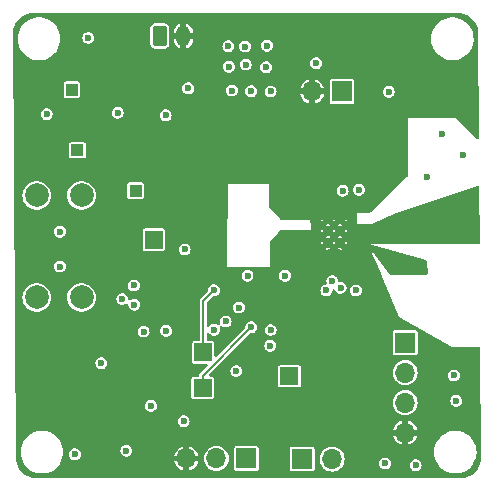
<source format=gbr>
%TF.GenerationSoftware,KiCad,Pcbnew,8.0.3*%
%TF.CreationDate,2025-03-04T10:01:37-06:00*%
%TF.ProjectId,wearable_v2_nrf,77656172-6162-46c6-955f-76325f6e7266,rev?*%
%TF.SameCoordinates,Original*%
%TF.FileFunction,Copper,L2,Inr*%
%TF.FilePolarity,Positive*%
%FSLAX46Y46*%
G04 Gerber Fmt 4.6, Leading zero omitted, Abs format (unit mm)*
G04 Created by KiCad (PCBNEW 8.0.3) date 2025-03-04 10:01:37*
%MOMM*%
%LPD*%
G01*
G04 APERTURE LIST*
G04 Aperture macros list*
%AMRoundRect*
0 Rectangle with rounded corners*
0 $1 Rounding radius*
0 $2 $3 $4 $5 $6 $7 $8 $9 X,Y pos of 4 corners*
0 Add a 4 corners polygon primitive as box body*
4,1,4,$2,$3,$4,$5,$6,$7,$8,$9,$2,$3,0*
0 Add four circle primitives for the rounded corners*
1,1,$1+$1,$2,$3*
1,1,$1+$1,$4,$5*
1,1,$1+$1,$6,$7*
1,1,$1+$1,$8,$9*
0 Add four rect primitives between the rounded corners*
20,1,$1+$1,$2,$3,$4,$5,0*
20,1,$1+$1,$4,$5,$6,$7,0*
20,1,$1+$1,$6,$7,$8,$9,0*
20,1,$1+$1,$8,$9,$2,$3,0*%
G04 Aperture macros list end*
%TA.AperFunction,ComponentPad*%
%ADD10R,1.700000X1.700000*%
%TD*%
%TA.AperFunction,ComponentPad*%
%ADD11O,1.700000X1.700000*%
%TD*%
%TA.AperFunction,ComponentPad*%
%ADD12RoundRect,0.250000X-0.350000X-0.625000X0.350000X-0.625000X0.350000X0.625000X-0.350000X0.625000X0*%
%TD*%
%TA.AperFunction,ComponentPad*%
%ADD13O,1.200000X1.750000*%
%TD*%
%TA.AperFunction,ComponentPad*%
%ADD14R,1.500000X1.500000*%
%TD*%
%TA.AperFunction,HeatsinkPad*%
%ADD15C,0.500000*%
%TD*%
%TA.AperFunction,ComponentPad*%
%ADD16C,2.010000*%
%TD*%
%TA.AperFunction,ComponentPad*%
%ADD17R,1.000000X1.000000*%
%TD*%
%TA.AperFunction,ViaPad*%
%ADD18C,0.600000*%
%TD*%
%TA.AperFunction,Conductor*%
%ADD19C,0.200000*%
%TD*%
G04 APERTURE END LIST*
D10*
%TO.N,/ADC1_P*%
%TO.C,R5*%
X110200000Y-55275000D03*
D11*
%TO.N,GND*%
X107660000Y-55275000D03*
%TD*%
D12*
%TO.N,/VBAT+*%
%TO.C,BT1*%
X94775000Y-50575000D03*
D13*
%TO.N,GND*%
X96775000Y-50575000D03*
%TD*%
D14*
%TO.N,/I2C1_SCL*%
%TO.C,TP5*%
X98400000Y-80375000D03*
%TD*%
D10*
%TO.N,VCC*%
%TO.C,M1*%
X106825000Y-86400000D03*
D11*
%TO.N,Net-(D4-A)*%
X109365000Y-86400000D03*
%TD*%
D10*
%TO.N,/SWDIO*%
%TO.C,J1*%
X115550000Y-76545000D03*
D11*
%TO.N,/SWCLK*%
X115550000Y-79085000D03*
%TO.N,+3.3V*%
X115550000Y-81625000D03*
%TO.N,GND*%
X115550000Y-84165000D03*
%TD*%
D14*
%TO.N,/INT1*%
%TO.C,TP6*%
X94275000Y-67825000D03*
%TD*%
D15*
%TO.N,GND*%
%TO.C,U1*%
X108525000Y-66575000D03*
X108525000Y-67575000D03*
X108525000Y-68575000D03*
X109525000Y-66575000D03*
X109525000Y-67575000D03*
X109525000Y-68575000D03*
X110525000Y-66575000D03*
X110525000Y-67575000D03*
X110525000Y-68575000D03*
%TD*%
D16*
%TO.N,unconnected-(J2-PadMH1)*%
%TO.C,J2*%
X84347500Y-64080000D03*
%TO.N,unconnected-(J2-PadMH2)*%
X84347500Y-72720000D03*
%TO.N,unconnected-(J2-PadMH3)*%
X88147500Y-64080000D03*
%TO.N,unconnected-(J2-PadMH4)*%
X88147500Y-72720000D03*
%TD*%
D17*
%TO.N,/VBAT+*%
%TO.C,TP2*%
X87325000Y-55125000D03*
%TD*%
D14*
%TO.N,/I2C1_SDA*%
%TO.C,TP4*%
X98450000Y-77375000D03*
%TD*%
D10*
%TO.N,/USART1_TX*%
%TO.C,J3*%
X102100000Y-86350000D03*
D11*
%TO.N,/USART1_RX*%
X99560000Y-86350000D03*
%TO.N,GND*%
X97020000Y-86350000D03*
%TD*%
D17*
%TO.N,/VBUS*%
%TO.C,TP1*%
X87800000Y-60250000D03*
%TD*%
D14*
%TO.N,/HAPTIC*%
%TO.C,TP7*%
X105750000Y-79375000D03*
%TD*%
D17*
%TO.N,VCC*%
%TO.C,TP3*%
X92725000Y-63675000D03*
%TD*%
D18*
%TO.N,GND*%
X112225000Y-60100000D03*
X106400000Y-60075000D03*
X112475000Y-85225000D03*
X93425000Y-78325000D03*
X98900000Y-55275000D03*
X84475000Y-67125000D03*
X96200000Y-55025000D03*
X117075000Y-66975000D03*
X118675000Y-58850000D03*
X89975000Y-81225000D03*
X114225000Y-60125000D03*
X93475000Y-72650000D03*
X93250000Y-60525000D03*
X113675000Y-73175000D03*
X93525000Y-80050000D03*
X120450000Y-60625000D03*
X114150000Y-50100000D03*
X89850000Y-80175000D03*
X107925000Y-77600000D03*
X95350000Y-79825000D03*
X105175000Y-72525000D03*
X99325000Y-64150000D03*
X84225000Y-81300000D03*
X84500000Y-70100000D03*
X95325000Y-62550000D03*
X99425000Y-67275000D03*
X104275000Y-60037500D03*
X117362000Y-62488000D03*
X104900000Y-74975000D03*
X118700000Y-56850000D03*
X121100000Y-58000000D03*
%TO.N,VCC*%
X96875000Y-68650000D03*
X100350000Y-74750000D03*
%TO.N,/NRST*%
X89825000Y-78275000D03*
X101475000Y-73575000D03*
X111375000Y-72125000D03*
%TO.N,+3.3V*%
X91950000Y-85700000D03*
X100625000Y-53175000D03*
X93400000Y-75600000D03*
X94025000Y-81900000D03*
X96800000Y-83200000D03*
X102500000Y-55250000D03*
X119675000Y-79325000D03*
X103775000Y-53225000D03*
X99375000Y-75450000D03*
X100875000Y-55200000D03*
X119879507Y-81477661D03*
X116440695Y-86922447D03*
X100575000Y-51450000D03*
X85200000Y-57200000D03*
X102000000Y-51475000D03*
X87575000Y-86000000D03*
X113850000Y-86775000D03*
X95300000Y-75550000D03*
X91600000Y-72850000D03*
X92625000Y-73325000D03*
X104125000Y-76800000D03*
X104150000Y-75475000D03*
X103850000Y-51400000D03*
X104150000Y-55275000D03*
X108000000Y-52875000D03*
X88725000Y-50750000D03*
X101250000Y-78950000D03*
X92575000Y-71700000D03*
X102050000Y-53000000D03*
%TO.N,/VBUS*%
X91200000Y-57085000D03*
X95275000Y-57300000D03*
%TO.N,Net-(J2-CC2)*%
X86312500Y-70100000D03*
%TO.N,Net-(J2-CC1)*%
X86312500Y-67150000D03*
%TO.N,/USART1_RX*%
X108875000Y-72125000D03*
%TO.N,/USART1_TX*%
X109375000Y-71327761D03*
%TO.N,/ADC1_P*%
X110250000Y-63675000D03*
%TO.N,/LED0*%
X114150000Y-55300000D03*
X111625000Y-63600000D03*
%TO.N,/I2C1_SDA*%
X99347551Y-72112500D03*
%TO.N,/I2C1_SCL*%
X102525000Y-75225000D03*
%TO.N,/INT1*%
X102200000Y-70875000D03*
X105375000Y-70875000D03*
%TO.N,/STAT*%
X97162500Y-55012500D03*
X110075000Y-71900000D03*
%TD*%
D19*
%TO.N,/I2C1_SDA*%
X99347551Y-72112500D02*
X98450000Y-73010051D01*
X98450000Y-73010051D02*
X98450000Y-77375000D01*
%TO.N,/I2C1_SCL*%
X98400000Y-79350000D02*
X102525000Y-75225000D01*
X98400000Y-80375000D02*
X98400000Y-79350000D01*
%TD*%
%TA.AperFunction,Conductor*%
%TO.N,GND*%
G36*
X120043629Y-48615029D02*
G01*
X120272231Y-48631381D01*
X120289737Y-48633898D01*
X120506726Y-48681103D01*
X120509347Y-48681673D01*
X120526322Y-48686658D01*
X120736889Y-48765197D01*
X120752979Y-48772544D01*
X120950239Y-48880258D01*
X120965121Y-48889822D01*
X120969173Y-48892856D01*
X121145035Y-49024506D01*
X121158406Y-49036092D01*
X121317325Y-49195013D01*
X121328911Y-49208385D01*
X121463588Y-49388297D01*
X121473152Y-49403180D01*
X121580861Y-49600436D01*
X121588211Y-49616530D01*
X121666749Y-49827105D01*
X121671733Y-49844080D01*
X121719503Y-50063682D01*
X121722021Y-50081193D01*
X121738397Y-50310172D01*
X121738713Y-50319018D01*
X121738713Y-50368337D01*
X121739116Y-50373254D01*
X121800412Y-59199798D01*
X121781193Y-59266972D01*
X121728709Y-59313093D01*
X121659621Y-59323516D01*
X121595865Y-59294934D01*
X121589960Y-59289549D01*
X119750001Y-57500000D01*
X119750000Y-57500000D01*
X115775000Y-57500000D01*
X115775000Y-62446871D01*
X115755315Y-62513910D01*
X115736535Y-62536647D01*
X112635921Y-65490776D01*
X112573806Y-65522768D01*
X112550386Y-65525000D01*
X111500000Y-65525000D01*
X111500000Y-66500000D01*
X112749999Y-66500000D01*
X112750000Y-66500000D01*
X114743061Y-65553295D01*
X114757289Y-65547587D01*
X121625000Y-63275000D01*
X121624999Y-63274999D01*
X121652897Y-63265768D01*
X121659375Y-63260679D01*
X121728931Y-63254068D01*
X121791019Y-63286113D01*
X121825927Y-63346637D01*
X121829406Y-63374956D01*
X121862039Y-68074129D01*
X121842820Y-68141303D01*
X121790335Y-68187424D01*
X121737719Y-68198990D01*
X112525002Y-68175000D01*
X112525000Y-68175000D01*
X117337550Y-69574568D01*
X117396425Y-69612190D01*
X117425615Y-69675670D01*
X117426896Y-69691052D01*
X117447383Y-70674425D01*
X117429099Y-70741860D01*
X117377260Y-70788705D01*
X117324402Y-70801004D01*
X114386317Y-70824509D01*
X114319122Y-70805361D01*
X114287389Y-70776570D01*
X112500000Y-68475000D01*
X112500000Y-68475001D01*
X113499139Y-70673106D01*
X113500785Y-70676892D01*
X113696433Y-71148371D01*
X115025000Y-74350000D01*
X119500000Y-76950000D01*
X121799251Y-76928905D01*
X121866469Y-76947974D01*
X121912706Y-77000356D01*
X121924386Y-77052039D01*
X121988673Y-86309443D01*
X121988360Y-86319151D01*
X121972046Y-86547230D01*
X121969528Y-86564742D01*
X121921755Y-86784347D01*
X121916771Y-86801322D01*
X121838228Y-87011902D01*
X121830878Y-87027996D01*
X121723169Y-87225247D01*
X121713604Y-87240129D01*
X121578920Y-87420046D01*
X121567334Y-87433417D01*
X121408417Y-87592334D01*
X121395046Y-87603920D01*
X121215129Y-87738604D01*
X121200247Y-87748169D01*
X121002996Y-87855878D01*
X120986902Y-87863228D01*
X120776322Y-87941771D01*
X120759347Y-87946755D01*
X120539742Y-87994528D01*
X120522230Y-87997046D01*
X120293630Y-88013398D01*
X120284783Y-88013714D01*
X84346806Y-88013714D01*
X84346794Y-88013713D01*
X84293637Y-88013713D01*
X84284792Y-88013397D01*
X84056190Y-87997049D01*
X84038678Y-87994531D01*
X83819072Y-87946760D01*
X83802096Y-87941776D01*
X83591517Y-87863236D01*
X83575424Y-87855887D01*
X83378168Y-87748179D01*
X83363284Y-87738614D01*
X83183363Y-87603929D01*
X83169992Y-87592343D01*
X83011067Y-87433420D01*
X82999488Y-87420057D01*
X82864791Y-87240127D01*
X82855238Y-87225261D01*
X82747519Y-87027991D01*
X82740173Y-87011905D01*
X82661629Y-86801322D01*
X82656647Y-86784357D01*
X82654611Y-86775000D01*
X82608870Y-86564742D01*
X82606353Y-86547231D01*
X82605857Y-86540303D01*
X82590030Y-86319027D01*
X82589714Y-86310180D01*
X82589714Y-86260064D01*
X82589310Y-86255154D01*
X82589257Y-86247523D01*
X82586248Y-85814209D01*
X82983665Y-85814209D01*
X82983665Y-85814218D01*
X83003830Y-86083315D01*
X83063878Y-86346402D01*
X83063880Y-86346409D01*
X83162470Y-86597610D01*
X83162472Y-86597614D01*
X83167276Y-86605934D01*
X83297399Y-86831316D01*
X83406341Y-86967924D01*
X83465656Y-87042303D01*
X83577858Y-87146410D01*
X83663473Y-87225849D01*
X83886440Y-87377865D01*
X84129573Y-87494952D01*
X84387442Y-87574494D01*
X84387443Y-87574494D01*
X84387446Y-87574495D01*
X84654277Y-87614713D01*
X84654282Y-87614713D01*
X84654285Y-87614714D01*
X84654286Y-87614714D01*
X84924142Y-87614714D01*
X84924143Y-87614714D01*
X84924150Y-87614713D01*
X85190981Y-87574495D01*
X85190982Y-87574494D01*
X85190986Y-87574494D01*
X85448855Y-87494952D01*
X85691989Y-87377865D01*
X85914955Y-87225849D01*
X86112775Y-87042299D01*
X86281029Y-86831316D01*
X86415957Y-86597612D01*
X86514548Y-86346409D01*
X86574597Y-86083317D01*
X86580841Y-86000000D01*
X87069353Y-86000000D01*
X87089834Y-86142456D01*
X87146540Y-86266622D01*
X87149623Y-86273373D01*
X87243872Y-86382143D01*
X87364947Y-86459953D01*
X87364950Y-86459954D01*
X87364949Y-86459954D01*
X87503036Y-86500499D01*
X87503038Y-86500500D01*
X87503039Y-86500500D01*
X87646962Y-86500500D01*
X87646962Y-86500499D01*
X87785053Y-86459953D01*
X87906128Y-86382143D01*
X88000377Y-86273373D01*
X88060165Y-86142457D01*
X88080647Y-86000000D01*
X88060165Y-85857543D01*
X88000377Y-85726627D01*
X87977305Y-85700000D01*
X91444353Y-85700000D01*
X91464834Y-85842456D01*
X91524622Y-85973371D01*
X91524623Y-85973373D01*
X91618872Y-86082143D01*
X91739947Y-86159953D01*
X91739950Y-86159954D01*
X91739949Y-86159954D01*
X91878036Y-86200499D01*
X91878038Y-86200500D01*
X91878039Y-86200500D01*
X92021962Y-86200500D01*
X92021962Y-86200499D01*
X92160053Y-86159953D01*
X92253342Y-86100000D01*
X95998590Y-86100000D01*
X96586988Y-86100000D01*
X96554075Y-86157007D01*
X96520000Y-86284174D01*
X96520000Y-86415826D01*
X96554075Y-86542993D01*
X96586988Y-86600000D01*
X95998590Y-86600000D01*
X96045233Y-86753766D01*
X96142728Y-86936166D01*
X96142732Y-86936173D01*
X96273944Y-87096055D01*
X96433826Y-87227267D01*
X96433833Y-87227271D01*
X96616233Y-87324766D01*
X96770000Y-87371410D01*
X96770000Y-86783012D01*
X96827007Y-86815925D01*
X96954174Y-86850000D01*
X97085826Y-86850000D01*
X97212993Y-86815925D01*
X97270000Y-86783012D01*
X97270000Y-87371410D01*
X97423766Y-87324766D01*
X97606166Y-87227271D01*
X97606173Y-87227267D01*
X97766055Y-87096055D01*
X97897267Y-86936173D01*
X97897271Y-86936166D01*
X97994766Y-86753766D01*
X98041410Y-86600000D01*
X97453012Y-86600000D01*
X97485925Y-86542993D01*
X97520000Y-86415826D01*
X97520000Y-86350000D01*
X98504417Y-86350000D01*
X98524699Y-86555932D01*
X98539867Y-86605934D01*
X98584768Y-86753954D01*
X98682315Y-86936450D01*
X98682317Y-86936452D01*
X98813589Y-87096410D01*
X98887594Y-87157143D01*
X98973550Y-87227685D01*
X99156046Y-87325232D01*
X99354066Y-87385300D01*
X99354065Y-87385300D01*
X99372529Y-87387118D01*
X99560000Y-87405583D01*
X99765934Y-87385300D01*
X99963954Y-87325232D01*
X100146450Y-87227685D01*
X100306410Y-87096410D01*
X100437685Y-86936450D01*
X100535232Y-86753954D01*
X100595300Y-86555934D01*
X100615583Y-86350000D01*
X100595300Y-86144066D01*
X100535232Y-85946046D01*
X100437685Y-85763550D01*
X100306701Y-85603944D01*
X100306410Y-85603589D01*
X100156121Y-85480252D01*
X100156115Y-85480247D01*
X101049500Y-85480247D01*
X101049500Y-87219752D01*
X101061131Y-87278229D01*
X101061132Y-87278230D01*
X101105447Y-87344552D01*
X101171769Y-87388867D01*
X101171770Y-87388868D01*
X101230247Y-87400499D01*
X101230250Y-87400500D01*
X101230252Y-87400500D01*
X102969750Y-87400500D01*
X102969751Y-87400499D01*
X102984568Y-87397552D01*
X103028229Y-87388868D01*
X103028229Y-87388867D01*
X103028231Y-87388867D01*
X103094552Y-87344552D01*
X103138867Y-87278231D01*
X103138867Y-87278229D01*
X103138868Y-87278229D01*
X103148922Y-87227682D01*
X103150500Y-87219748D01*
X103150500Y-85530247D01*
X105774500Y-85530247D01*
X105774500Y-87269752D01*
X105786131Y-87328229D01*
X105786132Y-87328230D01*
X105830447Y-87394552D01*
X105896769Y-87438867D01*
X105896770Y-87438868D01*
X105955247Y-87450499D01*
X105955250Y-87450500D01*
X105955252Y-87450500D01*
X107694750Y-87450500D01*
X107694751Y-87450499D01*
X107709568Y-87447552D01*
X107753229Y-87438868D01*
X107753229Y-87438867D01*
X107753231Y-87438867D01*
X107819552Y-87394552D01*
X107863867Y-87328231D01*
X107863867Y-87328229D01*
X107863868Y-87328229D01*
X107875499Y-87269752D01*
X107875500Y-87269750D01*
X107875500Y-86400000D01*
X108309417Y-86400000D01*
X108329699Y-86605932D01*
X108359734Y-86704944D01*
X108389768Y-86803954D01*
X108487315Y-86986450D01*
X108508202Y-87011901D01*
X108618589Y-87146410D01*
X108707953Y-87219748D01*
X108778550Y-87277685D01*
X108961046Y-87375232D01*
X109159066Y-87435300D01*
X109159065Y-87435300D01*
X109177529Y-87437118D01*
X109365000Y-87455583D01*
X109570934Y-87435300D01*
X109768954Y-87375232D01*
X109951450Y-87277685D01*
X110111410Y-87146410D01*
X110242685Y-86986450D01*
X110340232Y-86803954D01*
X110349015Y-86775000D01*
X113344353Y-86775000D01*
X113364834Y-86917456D01*
X113407967Y-87011902D01*
X113424623Y-87048373D01*
X113518872Y-87157143D01*
X113639947Y-87234953D01*
X113639950Y-87234954D01*
X113639949Y-87234954D01*
X113778036Y-87275499D01*
X113778038Y-87275500D01*
X113778039Y-87275500D01*
X113921962Y-87275500D01*
X113921962Y-87275499D01*
X114029121Y-87244035D01*
X114060050Y-87234954D01*
X114060050Y-87234953D01*
X114060053Y-87234953D01*
X114181128Y-87157143D01*
X114275377Y-87048373D01*
X114332886Y-86922447D01*
X115935048Y-86922447D01*
X115955529Y-87064903D01*
X116015317Y-87195818D01*
X116015318Y-87195820D01*
X116109567Y-87304590D01*
X116230642Y-87382400D01*
X116230645Y-87382401D01*
X116230644Y-87382401D01*
X116368731Y-87422946D01*
X116368733Y-87422947D01*
X116368734Y-87422947D01*
X116512657Y-87422947D01*
X116512657Y-87422946D01*
X116628723Y-87388867D01*
X116650745Y-87382401D01*
X116650745Y-87382400D01*
X116650748Y-87382400D01*
X116771823Y-87304590D01*
X116866072Y-87195820D01*
X116925860Y-87064904D01*
X116946342Y-86922447D01*
X116925860Y-86779990D01*
X116866072Y-86649074D01*
X116771823Y-86540304D01*
X116650748Y-86462494D01*
X116650746Y-86462493D01*
X116650744Y-86462492D01*
X116650745Y-86462492D01*
X116512658Y-86421947D01*
X116512656Y-86421947D01*
X116368734Y-86421947D01*
X116368731Y-86421947D01*
X116230644Y-86462492D01*
X116109568Y-86540303D01*
X116015318Y-86649073D01*
X116015317Y-86649075D01*
X115955529Y-86779990D01*
X115935048Y-86922447D01*
X114332886Y-86922447D01*
X114335165Y-86917457D01*
X114355647Y-86775000D01*
X114335165Y-86632543D01*
X114275377Y-86501627D01*
X114181128Y-86392857D01*
X114060053Y-86315047D01*
X114060051Y-86315046D01*
X114060049Y-86315045D01*
X114060050Y-86315045D01*
X113921963Y-86274500D01*
X113921961Y-86274500D01*
X113778039Y-86274500D01*
X113778036Y-86274500D01*
X113639949Y-86315045D01*
X113518873Y-86392856D01*
X113424623Y-86501626D01*
X113424622Y-86501628D01*
X113364834Y-86632543D01*
X113344353Y-86775000D01*
X110349015Y-86775000D01*
X110400300Y-86605934D01*
X110420583Y-86400000D01*
X110400300Y-86194066D01*
X110340232Y-85996046D01*
X110243037Y-85814209D01*
X117983665Y-85814209D01*
X117983665Y-85814218D01*
X118003830Y-86083315D01*
X118063878Y-86346402D01*
X118063880Y-86346409D01*
X118162470Y-86597610D01*
X118162472Y-86597614D01*
X118167276Y-86605934D01*
X118297399Y-86831316D01*
X118406341Y-86967924D01*
X118465656Y-87042303D01*
X118577858Y-87146410D01*
X118663473Y-87225849D01*
X118886440Y-87377865D01*
X119129573Y-87494952D01*
X119387442Y-87574494D01*
X119387443Y-87574494D01*
X119387446Y-87574495D01*
X119654277Y-87614713D01*
X119654282Y-87614713D01*
X119654285Y-87614714D01*
X119654286Y-87614714D01*
X119924142Y-87614714D01*
X119924143Y-87614714D01*
X119924150Y-87614713D01*
X120190981Y-87574495D01*
X120190982Y-87574494D01*
X120190986Y-87574494D01*
X120448855Y-87494952D01*
X120691989Y-87377865D01*
X120914955Y-87225849D01*
X121112775Y-87042299D01*
X121281029Y-86831316D01*
X121415957Y-86597612D01*
X121514548Y-86346409D01*
X121574597Y-86083317D01*
X121591516Y-85857543D01*
X121594763Y-85814218D01*
X121594763Y-85814209D01*
X121574597Y-85545112D01*
X121573441Y-85540047D01*
X121514548Y-85282019D01*
X121415957Y-85030816D01*
X121281029Y-84797112D01*
X121112775Y-84586129D01*
X121112774Y-84586128D01*
X121112771Y-84586124D01*
X120914955Y-84402579D01*
X120691989Y-84250563D01*
X120691983Y-84250560D01*
X120691982Y-84250559D01*
X120691981Y-84250558D01*
X120448857Y-84133477D01*
X120448859Y-84133477D01*
X120190987Y-84053934D01*
X120190981Y-84053932D01*
X119924150Y-84013714D01*
X119924143Y-84013714D01*
X119654285Y-84013714D01*
X119654277Y-84013714D01*
X119387446Y-84053932D01*
X119387440Y-84053934D01*
X119129572Y-84133476D01*
X118886444Y-84250560D01*
X118663472Y-84402579D01*
X118465656Y-84586124D01*
X118297399Y-84797112D01*
X118162472Y-85030813D01*
X118162470Y-85030817D01*
X118063880Y-85282018D01*
X118063878Y-85282025D01*
X118003830Y-85545112D01*
X117983665Y-85814209D01*
X110243037Y-85814209D01*
X110242685Y-85813550D01*
X110190702Y-85750209D01*
X110111410Y-85653589D01*
X109979227Y-85545111D01*
X109951450Y-85522315D01*
X109768954Y-85424768D01*
X109570934Y-85364700D01*
X109570932Y-85364699D01*
X109570934Y-85364699D01*
X109365000Y-85344417D01*
X109159067Y-85364699D01*
X109024736Y-85405448D01*
X108970933Y-85421769D01*
X108961043Y-85424769D01*
X108872089Y-85472317D01*
X108778550Y-85522315D01*
X108778548Y-85522316D01*
X108778547Y-85522317D01*
X108618589Y-85653589D01*
X108528116Y-85763833D01*
X108487315Y-85813550D01*
X108471864Y-85842457D01*
X108389769Y-85996043D01*
X108329699Y-86194067D01*
X108309417Y-86400000D01*
X107875500Y-86400000D01*
X107875500Y-85530249D01*
X107875499Y-85530247D01*
X107863868Y-85471770D01*
X107863867Y-85471769D01*
X107819552Y-85405447D01*
X107753230Y-85361132D01*
X107753229Y-85361131D01*
X107694752Y-85349500D01*
X107694748Y-85349500D01*
X105955252Y-85349500D01*
X105955247Y-85349500D01*
X105896770Y-85361131D01*
X105896769Y-85361132D01*
X105830447Y-85405447D01*
X105786132Y-85471769D01*
X105786131Y-85471770D01*
X105774500Y-85530247D01*
X103150500Y-85530247D01*
X103150500Y-85480252D01*
X103150500Y-85480249D01*
X103150499Y-85480247D01*
X103138868Y-85421770D01*
X103138867Y-85421769D01*
X103094552Y-85355447D01*
X103028230Y-85311132D01*
X103028229Y-85311131D01*
X102969752Y-85299500D01*
X102969748Y-85299500D01*
X101230252Y-85299500D01*
X101230247Y-85299500D01*
X101171770Y-85311131D01*
X101171769Y-85311132D01*
X101105447Y-85355447D01*
X101061132Y-85421769D01*
X101061131Y-85421770D01*
X101049500Y-85480247D01*
X100156115Y-85480247D01*
X100146450Y-85472315D01*
X99963954Y-85374768D01*
X99765934Y-85314700D01*
X99765932Y-85314699D01*
X99765934Y-85314699D01*
X99560000Y-85294417D01*
X99354067Y-85314699D01*
X99156043Y-85374769D01*
X99045898Y-85433643D01*
X98973550Y-85472315D01*
X98973548Y-85472316D01*
X98973547Y-85472317D01*
X98813589Y-85603589D01*
X98682317Y-85763547D01*
X98682315Y-85763550D01*
X98682164Y-85763833D01*
X98584769Y-85946043D01*
X98524699Y-86144067D01*
X98504417Y-86350000D01*
X97520000Y-86350000D01*
X97520000Y-86284174D01*
X97485925Y-86157007D01*
X97453012Y-86100000D01*
X98041410Y-86100000D01*
X97994766Y-85946233D01*
X97897271Y-85763833D01*
X97897267Y-85763826D01*
X97766055Y-85603944D01*
X97606173Y-85472732D01*
X97606166Y-85472728D01*
X97423763Y-85375232D01*
X97270000Y-85328587D01*
X97270000Y-85916988D01*
X97212993Y-85884075D01*
X97085826Y-85850000D01*
X96954174Y-85850000D01*
X96827007Y-85884075D01*
X96770000Y-85916988D01*
X96770000Y-85328587D01*
X96616236Y-85375232D01*
X96433833Y-85472728D01*
X96433826Y-85472732D01*
X96273944Y-85603944D01*
X96142732Y-85763826D01*
X96142728Y-85763833D01*
X96045233Y-85946233D01*
X95998590Y-86100000D01*
X92253342Y-86100000D01*
X92281128Y-86082143D01*
X92375377Y-85973373D01*
X92435165Y-85842457D01*
X92455647Y-85700000D01*
X92435165Y-85557543D01*
X92375377Y-85426627D01*
X92281128Y-85317857D01*
X92160053Y-85240047D01*
X92160051Y-85240046D01*
X92160049Y-85240045D01*
X92160050Y-85240045D01*
X92021963Y-85199500D01*
X92021961Y-85199500D01*
X91878039Y-85199500D01*
X91878036Y-85199500D01*
X91739949Y-85240045D01*
X91618873Y-85317856D01*
X91618872Y-85317856D01*
X91618872Y-85317857D01*
X91606290Y-85332377D01*
X91524623Y-85426626D01*
X91524622Y-85426628D01*
X91464834Y-85557543D01*
X91444353Y-85700000D01*
X87977305Y-85700000D01*
X87906128Y-85617857D01*
X87785053Y-85540047D01*
X87785051Y-85540046D01*
X87785049Y-85540045D01*
X87785050Y-85540045D01*
X87646963Y-85499500D01*
X87646961Y-85499500D01*
X87503039Y-85499500D01*
X87503036Y-85499500D01*
X87364949Y-85540045D01*
X87243873Y-85617856D01*
X87149623Y-85726626D01*
X87149622Y-85726628D01*
X87089834Y-85857543D01*
X87069353Y-86000000D01*
X86580841Y-86000000D01*
X86591516Y-85857543D01*
X86594763Y-85814218D01*
X86594763Y-85814209D01*
X86574597Y-85545112D01*
X86573441Y-85540047D01*
X86514548Y-85282019D01*
X86415957Y-85030816D01*
X86281029Y-84797112D01*
X86112775Y-84586129D01*
X86112774Y-84586128D01*
X86112771Y-84586124D01*
X85914955Y-84402579D01*
X85691989Y-84250563D01*
X85691983Y-84250560D01*
X85691982Y-84250559D01*
X85691981Y-84250558D01*
X85448857Y-84133477D01*
X85448859Y-84133477D01*
X85190987Y-84053934D01*
X85190981Y-84053932D01*
X84924150Y-84013714D01*
X84924143Y-84013714D01*
X84654285Y-84013714D01*
X84654277Y-84013714D01*
X84387446Y-84053932D01*
X84387440Y-84053934D01*
X84129572Y-84133476D01*
X83886444Y-84250560D01*
X83663472Y-84402579D01*
X83465656Y-84586124D01*
X83297399Y-84797112D01*
X83162472Y-85030813D01*
X83162470Y-85030817D01*
X83063880Y-85282018D01*
X83063878Y-85282025D01*
X83003830Y-85545112D01*
X82983665Y-85814209D01*
X82586248Y-85814209D01*
X82573059Y-83915000D01*
X114528590Y-83915000D01*
X115116988Y-83915000D01*
X115084075Y-83972007D01*
X115050000Y-84099174D01*
X115050000Y-84230826D01*
X115084075Y-84357993D01*
X115116988Y-84415000D01*
X114528590Y-84415000D01*
X114575233Y-84568766D01*
X114672728Y-84751166D01*
X114672732Y-84751173D01*
X114803944Y-84911055D01*
X114963826Y-85042267D01*
X114963833Y-85042271D01*
X115146233Y-85139766D01*
X115300000Y-85186410D01*
X115300000Y-84598012D01*
X115357007Y-84630925D01*
X115484174Y-84665000D01*
X115615826Y-84665000D01*
X115742993Y-84630925D01*
X115800000Y-84598012D01*
X115800000Y-85186410D01*
X115953766Y-85139766D01*
X116136166Y-85042271D01*
X116136173Y-85042267D01*
X116296055Y-84911055D01*
X116427267Y-84751173D01*
X116427271Y-84751166D01*
X116524766Y-84568766D01*
X116571410Y-84415000D01*
X115983012Y-84415000D01*
X116015925Y-84357993D01*
X116050000Y-84230826D01*
X116050000Y-84099174D01*
X116015925Y-83972007D01*
X115983012Y-83915000D01*
X116571410Y-83915000D01*
X116524766Y-83761233D01*
X116427271Y-83578833D01*
X116427267Y-83578826D01*
X116296055Y-83418944D01*
X116136173Y-83287732D01*
X116136166Y-83287728D01*
X115953763Y-83190232D01*
X115800000Y-83143587D01*
X115800000Y-83731988D01*
X115742993Y-83699075D01*
X115615826Y-83665000D01*
X115484174Y-83665000D01*
X115357007Y-83699075D01*
X115300000Y-83731988D01*
X115300000Y-83143587D01*
X115146236Y-83190232D01*
X114963833Y-83287728D01*
X114963826Y-83287732D01*
X114803944Y-83418944D01*
X114672732Y-83578826D01*
X114672728Y-83578833D01*
X114575233Y-83761233D01*
X114528590Y-83915000D01*
X82573059Y-83915000D01*
X82568094Y-83200000D01*
X96294353Y-83200000D01*
X96314834Y-83342456D01*
X96349766Y-83418944D01*
X96374623Y-83473373D01*
X96468872Y-83582143D01*
X96589947Y-83659953D01*
X96589950Y-83659954D01*
X96589949Y-83659954D01*
X96728036Y-83700499D01*
X96728038Y-83700500D01*
X96728039Y-83700500D01*
X96871962Y-83700500D01*
X96871962Y-83700499D01*
X97010053Y-83659953D01*
X97131128Y-83582143D01*
X97225377Y-83473373D01*
X97285165Y-83342457D01*
X97305647Y-83200000D01*
X97285165Y-83057543D01*
X97225377Y-82926627D01*
X97131128Y-82817857D01*
X97010053Y-82740047D01*
X97010051Y-82740046D01*
X97010049Y-82740045D01*
X97010050Y-82740045D01*
X96871963Y-82699500D01*
X96871961Y-82699500D01*
X96728039Y-82699500D01*
X96728036Y-82699500D01*
X96589949Y-82740045D01*
X96468873Y-82817856D01*
X96374623Y-82926626D01*
X96374622Y-82926628D01*
X96314834Y-83057543D01*
X96294353Y-83200000D01*
X82568094Y-83200000D01*
X82559066Y-81900000D01*
X93519353Y-81900000D01*
X93539834Y-82042456D01*
X93599622Y-82173371D01*
X93599623Y-82173373D01*
X93693872Y-82282143D01*
X93814947Y-82359953D01*
X93814950Y-82359954D01*
X93814949Y-82359954D01*
X93953036Y-82400499D01*
X93953038Y-82400500D01*
X93953039Y-82400500D01*
X94096962Y-82400500D01*
X94096962Y-82400499D01*
X94235053Y-82359953D01*
X94356128Y-82282143D01*
X94450377Y-82173373D01*
X94510165Y-82042457D01*
X94530647Y-81900000D01*
X94510165Y-81757543D01*
X94450377Y-81626627D01*
X94448967Y-81625000D01*
X114494417Y-81625000D01*
X114514699Y-81830932D01*
X114535651Y-81900000D01*
X114574768Y-82028954D01*
X114672315Y-82211450D01*
X114672317Y-82211452D01*
X114803589Y-82371410D01*
X114839035Y-82400499D01*
X114963550Y-82502685D01*
X115146046Y-82600232D01*
X115344066Y-82660300D01*
X115344065Y-82660300D01*
X115362529Y-82662118D01*
X115550000Y-82680583D01*
X115755934Y-82660300D01*
X115953954Y-82600232D01*
X116136450Y-82502685D01*
X116296410Y-82371410D01*
X116427685Y-82211450D01*
X116525232Y-82028954D01*
X116585300Y-81830934D01*
X116605583Y-81625000D01*
X116591071Y-81477661D01*
X119373860Y-81477661D01*
X119394341Y-81620117D01*
X119397315Y-81626628D01*
X119454130Y-81751034D01*
X119548379Y-81859804D01*
X119669454Y-81937614D01*
X119669457Y-81937615D01*
X119669456Y-81937615D01*
X119807543Y-81978160D01*
X119807545Y-81978161D01*
X119807546Y-81978161D01*
X119951469Y-81978161D01*
X119951469Y-81978160D01*
X120089560Y-81937614D01*
X120210635Y-81859804D01*
X120304884Y-81751034D01*
X120364672Y-81620118D01*
X120385154Y-81477661D01*
X120364672Y-81335204D01*
X120304884Y-81204288D01*
X120210635Y-81095518D01*
X120089560Y-81017708D01*
X120089558Y-81017707D01*
X120089556Y-81017706D01*
X120089557Y-81017706D01*
X119951470Y-80977161D01*
X119951468Y-80977161D01*
X119807546Y-80977161D01*
X119807543Y-80977161D01*
X119669456Y-81017706D01*
X119548380Y-81095517D01*
X119454130Y-81204287D01*
X119454129Y-81204289D01*
X119394341Y-81335204D01*
X119373860Y-81477661D01*
X116591071Y-81477661D01*
X116585300Y-81419066D01*
X116525232Y-81221046D01*
X116427685Y-81038550D01*
X116375702Y-80975209D01*
X116296410Y-80878589D01*
X116136452Y-80747317D01*
X116136453Y-80747317D01*
X116136450Y-80747315D01*
X115953954Y-80649768D01*
X115755934Y-80589700D01*
X115755932Y-80589699D01*
X115755934Y-80589699D01*
X115550000Y-80569417D01*
X115344067Y-80589699D01*
X115146043Y-80649769D01*
X115035898Y-80708643D01*
X114963550Y-80747315D01*
X114963548Y-80747316D01*
X114963547Y-80747317D01*
X114803589Y-80878589D01*
X114672317Y-81038547D01*
X114574769Y-81221043D01*
X114514699Y-81419067D01*
X114494417Y-81625000D01*
X94448967Y-81625000D01*
X94356128Y-81517857D01*
X94235053Y-81440047D01*
X94235051Y-81440046D01*
X94235049Y-81440045D01*
X94235050Y-81440045D01*
X94096963Y-81399500D01*
X94096961Y-81399500D01*
X93953039Y-81399500D01*
X93953036Y-81399500D01*
X93814949Y-81440045D01*
X93693873Y-81517856D01*
X93599623Y-81626626D01*
X93599622Y-81626628D01*
X93539834Y-81757543D01*
X93519353Y-81900000D01*
X82559066Y-81900000D01*
X82543130Y-79605247D01*
X97449500Y-79605247D01*
X97449500Y-81144752D01*
X97461131Y-81203229D01*
X97461132Y-81203230D01*
X97505447Y-81269552D01*
X97571769Y-81313867D01*
X97571770Y-81313868D01*
X97630247Y-81325499D01*
X97630250Y-81325500D01*
X97630252Y-81325500D01*
X99169750Y-81325500D01*
X99169751Y-81325499D01*
X99184568Y-81322552D01*
X99228229Y-81313868D01*
X99228229Y-81313867D01*
X99228231Y-81313867D01*
X99294552Y-81269552D01*
X99338867Y-81203231D01*
X99338867Y-81203229D01*
X99338868Y-81203229D01*
X99350499Y-81144752D01*
X99350500Y-81144750D01*
X99350500Y-79605249D01*
X99350499Y-79605247D01*
X99338868Y-79546770D01*
X99338867Y-79546769D01*
X99294552Y-79480447D01*
X99228230Y-79436132D01*
X99228229Y-79436131D01*
X99169752Y-79424500D01*
X99169748Y-79424500D01*
X99049833Y-79424500D01*
X98982794Y-79404815D01*
X98937039Y-79352011D01*
X98927095Y-79282853D01*
X98956120Y-79219297D01*
X98962152Y-79212819D01*
X99224971Y-78950000D01*
X100744353Y-78950000D01*
X100764834Y-79092456D01*
X100824622Y-79223371D01*
X100824623Y-79223373D01*
X100918872Y-79332143D01*
X101039947Y-79409953D01*
X101039950Y-79409954D01*
X101039949Y-79409954D01*
X101178036Y-79450499D01*
X101178038Y-79450500D01*
X101178039Y-79450500D01*
X101321962Y-79450500D01*
X101321962Y-79450499D01*
X101460053Y-79409953D01*
X101581128Y-79332143D01*
X101675377Y-79223373D01*
X101735165Y-79092457D01*
X101755647Y-78950000D01*
X101735165Y-78807543D01*
X101675377Y-78676627D01*
X101613526Y-78605247D01*
X104799500Y-78605247D01*
X104799500Y-80144752D01*
X104811131Y-80203229D01*
X104811132Y-80203230D01*
X104855447Y-80269552D01*
X104921769Y-80313867D01*
X104921770Y-80313868D01*
X104980247Y-80325499D01*
X104980250Y-80325500D01*
X104980252Y-80325500D01*
X106519750Y-80325500D01*
X106519751Y-80325499D01*
X106534568Y-80322552D01*
X106578229Y-80313868D01*
X106578229Y-80313867D01*
X106578231Y-80313867D01*
X106644552Y-80269552D01*
X106688867Y-80203231D01*
X106688867Y-80203229D01*
X106688868Y-80203229D01*
X106700499Y-80144752D01*
X106700500Y-80144750D01*
X106700500Y-79085000D01*
X114494417Y-79085000D01*
X114514699Y-79290932D01*
X114527200Y-79332143D01*
X114574768Y-79488954D01*
X114672315Y-79671450D01*
X114672317Y-79671452D01*
X114803589Y-79831410D01*
X114900209Y-79910702D01*
X114963550Y-79962685D01*
X115146046Y-80060232D01*
X115344066Y-80120300D01*
X115344065Y-80120300D01*
X115362529Y-80122118D01*
X115550000Y-80140583D01*
X115755934Y-80120300D01*
X115953954Y-80060232D01*
X116136450Y-79962685D01*
X116296410Y-79831410D01*
X116427685Y-79671450D01*
X116525232Y-79488954D01*
X116574966Y-79325000D01*
X119169353Y-79325000D01*
X119189834Y-79467456D01*
X119199652Y-79488954D01*
X119249623Y-79598373D01*
X119343872Y-79707143D01*
X119464947Y-79784953D01*
X119464950Y-79784954D01*
X119464949Y-79784954D01*
X119603036Y-79825499D01*
X119603038Y-79825500D01*
X119603039Y-79825500D01*
X119746962Y-79825500D01*
X119746962Y-79825499D01*
X119885053Y-79784953D01*
X120006128Y-79707143D01*
X120100377Y-79598373D01*
X120160165Y-79467457D01*
X120180647Y-79325000D01*
X120160165Y-79182543D01*
X120100377Y-79051627D01*
X120006128Y-78942857D01*
X119885053Y-78865047D01*
X119885051Y-78865046D01*
X119885049Y-78865045D01*
X119885050Y-78865045D01*
X119746963Y-78824500D01*
X119746961Y-78824500D01*
X119603039Y-78824500D01*
X119603036Y-78824500D01*
X119464949Y-78865045D01*
X119343873Y-78942856D01*
X119249623Y-79051626D01*
X119249622Y-79051628D01*
X119189834Y-79182543D01*
X119169353Y-79325000D01*
X116574966Y-79325000D01*
X116585300Y-79290934D01*
X116605583Y-79085000D01*
X116585300Y-78879066D01*
X116525232Y-78681046D01*
X116427685Y-78498550D01*
X116361133Y-78417456D01*
X116296410Y-78338589D01*
X116136452Y-78207317D01*
X116136453Y-78207317D01*
X116136450Y-78207315D01*
X115953954Y-78109768D01*
X115755934Y-78049700D01*
X115755932Y-78049699D01*
X115755934Y-78049699D01*
X115550000Y-78029417D01*
X115344067Y-78049699D01*
X115146043Y-78109769D01*
X115080596Y-78144752D01*
X114963550Y-78207315D01*
X114963548Y-78207316D01*
X114963547Y-78207317D01*
X114803589Y-78338589D01*
X114672317Y-78498547D01*
X114574769Y-78681043D01*
X114514699Y-78879067D01*
X114494417Y-79085000D01*
X106700500Y-79085000D01*
X106700500Y-78605249D01*
X106700499Y-78605247D01*
X106688868Y-78546770D01*
X106688867Y-78546769D01*
X106644552Y-78480447D01*
X106578230Y-78436132D01*
X106578229Y-78436131D01*
X106519752Y-78424500D01*
X106519748Y-78424500D01*
X104980252Y-78424500D01*
X104980247Y-78424500D01*
X104921770Y-78436131D01*
X104921769Y-78436132D01*
X104855447Y-78480447D01*
X104811132Y-78546769D01*
X104811131Y-78546770D01*
X104799500Y-78605247D01*
X101613526Y-78605247D01*
X101581128Y-78567857D01*
X101460053Y-78490047D01*
X101460051Y-78490046D01*
X101460049Y-78490045D01*
X101460050Y-78490045D01*
X101321963Y-78449500D01*
X101321961Y-78449500D01*
X101178039Y-78449500D01*
X101178036Y-78449500D01*
X101039949Y-78490045D01*
X100918873Y-78567856D01*
X100824623Y-78676626D01*
X100824622Y-78676628D01*
X100764834Y-78807543D01*
X100744353Y-78950000D01*
X99224971Y-78950000D01*
X101374970Y-76800000D01*
X103619353Y-76800000D01*
X103639834Y-76942456D01*
X103666277Y-77000356D01*
X103699623Y-77073373D01*
X103793872Y-77182143D01*
X103914947Y-77259953D01*
X103914950Y-77259954D01*
X103914949Y-77259954D01*
X104053036Y-77300499D01*
X104053038Y-77300500D01*
X104053039Y-77300500D01*
X104196962Y-77300500D01*
X104196962Y-77300499D01*
X104335053Y-77259953D01*
X104456128Y-77182143D01*
X104550377Y-77073373D01*
X104610165Y-76942457D01*
X104630647Y-76800000D01*
X104610165Y-76657543D01*
X104550377Y-76526627D01*
X104456128Y-76417857D01*
X104335053Y-76340047D01*
X104335051Y-76340046D01*
X104335049Y-76340045D01*
X104335050Y-76340045D01*
X104196963Y-76299500D01*
X104196961Y-76299500D01*
X104053039Y-76299500D01*
X104053036Y-76299500D01*
X103914949Y-76340045D01*
X103793873Y-76417856D01*
X103699623Y-76526626D01*
X103699622Y-76526628D01*
X103639834Y-76657543D01*
X103619353Y-76800000D01*
X101374970Y-76800000D01*
X102413151Y-75761819D01*
X102474474Y-75728334D01*
X102500832Y-75725500D01*
X102596962Y-75725500D01*
X102596962Y-75725499D01*
X102735053Y-75684953D01*
X102856128Y-75607143D01*
X102950377Y-75498373D01*
X102961051Y-75475000D01*
X103644353Y-75475000D01*
X103664834Y-75617456D01*
X103724622Y-75748371D01*
X103724623Y-75748373D01*
X103818872Y-75857143D01*
X103939947Y-75934953D01*
X103939950Y-75934954D01*
X103939949Y-75934954D01*
X104078036Y-75975499D01*
X104078038Y-75975500D01*
X104078039Y-75975500D01*
X104221962Y-75975500D01*
X104221962Y-75975499D01*
X104360053Y-75934953D01*
X104481128Y-75857143D01*
X104575377Y-75748373D01*
X104608773Y-75675247D01*
X114499500Y-75675247D01*
X114499500Y-77414752D01*
X114511131Y-77473229D01*
X114511132Y-77473230D01*
X114555447Y-77539552D01*
X114621769Y-77583867D01*
X114621770Y-77583868D01*
X114680247Y-77595499D01*
X114680250Y-77595500D01*
X114680252Y-77595500D01*
X116419750Y-77595500D01*
X116419751Y-77595499D01*
X116434568Y-77592552D01*
X116478229Y-77583868D01*
X116478229Y-77583867D01*
X116478231Y-77583867D01*
X116544552Y-77539552D01*
X116588867Y-77473231D01*
X116588867Y-77473229D01*
X116588868Y-77473229D01*
X116600499Y-77414752D01*
X116600500Y-77414750D01*
X116600500Y-75675249D01*
X116600499Y-75675247D01*
X116588868Y-75616770D01*
X116588867Y-75616769D01*
X116544552Y-75550447D01*
X116478230Y-75506132D01*
X116478229Y-75506131D01*
X116419752Y-75494500D01*
X116419748Y-75494500D01*
X114680252Y-75494500D01*
X114680247Y-75494500D01*
X114621770Y-75506131D01*
X114621769Y-75506132D01*
X114555447Y-75550447D01*
X114511132Y-75616769D01*
X114511131Y-75616770D01*
X114499500Y-75675247D01*
X104608773Y-75675247D01*
X104635165Y-75617457D01*
X104655647Y-75475000D01*
X104635165Y-75332543D01*
X104575377Y-75201627D01*
X104481128Y-75092857D01*
X104360053Y-75015047D01*
X104360051Y-75015046D01*
X104360049Y-75015045D01*
X104360050Y-75015045D01*
X104221963Y-74974500D01*
X104221961Y-74974500D01*
X104078039Y-74974500D01*
X104078036Y-74974500D01*
X103939949Y-75015045D01*
X103818873Y-75092856D01*
X103724623Y-75201626D01*
X103724622Y-75201628D01*
X103664834Y-75332543D01*
X103644353Y-75475000D01*
X102961051Y-75475000D01*
X103010165Y-75367457D01*
X103030647Y-75225000D01*
X103010165Y-75082543D01*
X102950377Y-74951627D01*
X102856128Y-74842857D01*
X102735053Y-74765047D01*
X102735051Y-74765046D01*
X102735049Y-74765045D01*
X102735050Y-74765045D01*
X102596963Y-74724500D01*
X102596961Y-74724500D01*
X102453039Y-74724500D01*
X102453036Y-74724500D01*
X102314949Y-74765045D01*
X102193873Y-74842856D01*
X102099623Y-74951626D01*
X102099622Y-74951628D01*
X102039834Y-75082543D01*
X102019353Y-75225000D01*
X102019353Y-75225001D01*
X102020661Y-75234103D01*
X102010713Y-75303261D01*
X101985603Y-75339424D01*
X99612181Y-77712847D01*
X99550858Y-77746332D01*
X99481166Y-77741348D01*
X99425233Y-77699476D01*
X99400816Y-77634012D01*
X99400500Y-77625166D01*
X99400500Y-76605249D01*
X99400499Y-76605247D01*
X99388868Y-76546770D01*
X99388867Y-76546769D01*
X99344552Y-76480447D01*
X99278230Y-76436132D01*
X99278229Y-76436131D01*
X99219752Y-76424500D01*
X99219748Y-76424500D01*
X98874500Y-76424500D01*
X98807461Y-76404815D01*
X98761706Y-76352011D01*
X98750500Y-76300500D01*
X98750500Y-75826029D01*
X98770185Y-75758990D01*
X98822989Y-75713235D01*
X98892147Y-75703291D01*
X98955703Y-75732316D01*
X98968211Y-75744825D01*
X99043872Y-75832143D01*
X99164947Y-75909953D01*
X99164950Y-75909954D01*
X99164949Y-75909954D01*
X99303036Y-75950499D01*
X99303038Y-75950500D01*
X99303039Y-75950500D01*
X99446962Y-75950500D01*
X99446962Y-75950499D01*
X99585053Y-75909953D01*
X99706128Y-75832143D01*
X99800377Y-75723373D01*
X99860165Y-75592457D01*
X99880647Y-75450000D01*
X99860165Y-75307543D01*
X99856289Y-75299057D01*
X99846345Y-75229901D01*
X99875368Y-75166345D01*
X99934145Y-75128569D01*
X100004015Y-75128567D01*
X100036122Y-75143229D01*
X100139947Y-75209953D01*
X100139950Y-75209954D01*
X100139949Y-75209954D01*
X100278036Y-75250499D01*
X100278038Y-75250500D01*
X100278039Y-75250500D01*
X100421962Y-75250500D01*
X100421962Y-75250499D01*
X100560053Y-75209953D01*
X100681128Y-75132143D01*
X100775377Y-75023373D01*
X100835165Y-74892457D01*
X100855647Y-74750000D01*
X100835165Y-74607543D01*
X100775377Y-74476627D01*
X100681128Y-74367857D01*
X100560053Y-74290047D01*
X100560051Y-74290046D01*
X100560049Y-74290045D01*
X100560050Y-74290045D01*
X100421963Y-74249500D01*
X100421961Y-74249500D01*
X100278039Y-74249500D01*
X100278036Y-74249500D01*
X100139949Y-74290045D01*
X100018873Y-74367856D01*
X99924623Y-74476626D01*
X99924622Y-74476628D01*
X99864834Y-74607543D01*
X99844353Y-74750000D01*
X99864834Y-74892457D01*
X99864835Y-74892458D01*
X99868710Y-74900943D01*
X99878654Y-74970101D01*
X99849629Y-75033657D01*
X99790851Y-75071431D01*
X99720981Y-75071431D01*
X99688877Y-75056770D01*
X99585050Y-74990045D01*
X99446963Y-74949500D01*
X99446961Y-74949500D01*
X99303039Y-74949500D01*
X99303036Y-74949500D01*
X99164949Y-74990045D01*
X99043873Y-75067856D01*
X99043872Y-75067856D01*
X99043872Y-75067857D01*
X99016454Y-75099500D01*
X98968213Y-75155173D01*
X98909435Y-75192947D01*
X98839565Y-75192947D01*
X98780787Y-75155173D01*
X98751762Y-75091617D01*
X98750500Y-75073970D01*
X98750500Y-73575000D01*
X100969353Y-73575000D01*
X100989834Y-73717456D01*
X101029240Y-73803742D01*
X101049623Y-73848373D01*
X101143872Y-73957143D01*
X101264947Y-74034953D01*
X101264950Y-74034954D01*
X101264949Y-74034954D01*
X101403036Y-74075499D01*
X101403038Y-74075500D01*
X101403039Y-74075500D01*
X101546962Y-74075500D01*
X101546962Y-74075499D01*
X101685053Y-74034953D01*
X101806128Y-73957143D01*
X101900377Y-73848373D01*
X101960165Y-73717457D01*
X101980647Y-73575000D01*
X101960165Y-73432543D01*
X101900377Y-73301627D01*
X101806128Y-73192857D01*
X101685053Y-73115047D01*
X101685051Y-73115046D01*
X101685049Y-73115045D01*
X101685050Y-73115045D01*
X101546963Y-73074500D01*
X101546961Y-73074500D01*
X101403039Y-73074500D01*
X101403036Y-73074500D01*
X101264949Y-73115045D01*
X101143873Y-73192856D01*
X101049623Y-73301626D01*
X101049622Y-73301628D01*
X100989834Y-73432543D01*
X100969353Y-73575000D01*
X98750500Y-73575000D01*
X98750500Y-73185883D01*
X98770185Y-73118844D01*
X98786815Y-73098206D01*
X99235702Y-72649318D01*
X99297025Y-72615834D01*
X99323383Y-72613000D01*
X99419513Y-72613000D01*
X99419513Y-72612999D01*
X99543385Y-72576628D01*
X99557601Y-72572454D01*
X99557601Y-72572453D01*
X99557604Y-72572453D01*
X99678679Y-72494643D01*
X99772928Y-72385873D01*
X99832716Y-72254957D01*
X99851401Y-72125000D01*
X108369353Y-72125000D01*
X108389834Y-72267456D01*
X108449622Y-72398371D01*
X108449623Y-72398373D01*
X108543872Y-72507143D01*
X108664947Y-72584953D01*
X108664950Y-72584954D01*
X108664949Y-72584954D01*
X108803036Y-72625499D01*
X108803038Y-72625500D01*
X108803039Y-72625500D01*
X108946962Y-72625500D01*
X108946962Y-72625499D01*
X109085053Y-72584953D01*
X109206128Y-72507143D01*
X109300377Y-72398373D01*
X109360165Y-72267457D01*
X109379662Y-72131848D01*
X109408687Y-72068294D01*
X109467465Y-72030519D01*
X109537334Y-72030519D01*
X109596113Y-72068293D01*
X109615194Y-72097985D01*
X109649620Y-72173369D01*
X109649623Y-72173373D01*
X109743872Y-72282143D01*
X109864947Y-72359953D01*
X109864950Y-72359954D01*
X109864949Y-72359954D01*
X109953223Y-72385873D01*
X109995788Y-72398371D01*
X110003036Y-72400499D01*
X110003038Y-72400500D01*
X110003039Y-72400500D01*
X110146962Y-72400500D01*
X110146962Y-72400499D01*
X110285053Y-72359953D01*
X110406128Y-72282143D01*
X110500377Y-72173373D01*
X110522468Y-72125000D01*
X110869353Y-72125000D01*
X110889834Y-72267456D01*
X110949622Y-72398371D01*
X110949623Y-72398373D01*
X111043872Y-72507143D01*
X111164947Y-72584953D01*
X111164950Y-72584954D01*
X111164949Y-72584954D01*
X111303036Y-72625499D01*
X111303038Y-72625500D01*
X111303039Y-72625500D01*
X111446962Y-72625500D01*
X111446962Y-72625499D01*
X111585053Y-72584953D01*
X111706128Y-72507143D01*
X111800377Y-72398373D01*
X111860165Y-72267457D01*
X111880647Y-72125000D01*
X111860165Y-71982543D01*
X111800377Y-71851627D01*
X111706128Y-71742857D01*
X111585053Y-71665047D01*
X111585051Y-71665046D01*
X111585049Y-71665045D01*
X111585050Y-71665045D01*
X111446963Y-71624500D01*
X111446961Y-71624500D01*
X111303039Y-71624500D01*
X111303036Y-71624500D01*
X111164949Y-71665045D01*
X111043873Y-71742856D01*
X110949623Y-71851626D01*
X110949622Y-71851628D01*
X110889834Y-71982543D01*
X110869353Y-72125000D01*
X110522468Y-72125000D01*
X110560165Y-72042457D01*
X110580647Y-71900000D01*
X110560165Y-71757543D01*
X110500377Y-71626627D01*
X110406128Y-71517857D01*
X110285053Y-71440047D01*
X110285051Y-71440046D01*
X110285049Y-71440045D01*
X110285050Y-71440045D01*
X110146963Y-71399500D01*
X110146961Y-71399500D01*
X110003039Y-71399500D01*
X109998408Y-71399500D01*
X109931369Y-71379815D01*
X109885614Y-71327011D01*
X109875670Y-71293146D01*
X109860165Y-71185304D01*
X109800377Y-71054389D01*
X109800376Y-71054387D01*
X109768375Y-71017456D01*
X109706128Y-70945618D01*
X109585053Y-70867808D01*
X109585051Y-70867807D01*
X109585049Y-70867806D01*
X109585050Y-70867806D01*
X109446963Y-70827261D01*
X109446961Y-70827261D01*
X109303039Y-70827261D01*
X109303036Y-70827261D01*
X109164949Y-70867806D01*
X109043873Y-70945617D01*
X108949623Y-71054387D01*
X108949622Y-71054389D01*
X108889834Y-71185304D01*
X108869353Y-71327761D01*
X108891097Y-71478996D01*
X108889716Y-71479194D01*
X108889717Y-71539681D01*
X108851943Y-71598459D01*
X108805674Y-71623725D01*
X108664949Y-71665045D01*
X108543873Y-71742856D01*
X108449623Y-71851626D01*
X108449622Y-71851628D01*
X108389834Y-71982543D01*
X108369353Y-72125000D01*
X99851401Y-72125000D01*
X99853198Y-72112500D01*
X99832716Y-71970043D01*
X99772928Y-71839127D01*
X99678679Y-71730357D01*
X99557604Y-71652547D01*
X99557602Y-71652546D01*
X99557600Y-71652545D01*
X99557601Y-71652545D01*
X99419514Y-71612000D01*
X99419512Y-71612000D01*
X99275590Y-71612000D01*
X99275587Y-71612000D01*
X99137500Y-71652545D01*
X99016424Y-71730356D01*
X98922174Y-71839126D01*
X98922173Y-71839128D01*
X98862385Y-71970043D01*
X98841904Y-72112500D01*
X98841904Y-72112501D01*
X98843212Y-72121603D01*
X98833264Y-72190761D01*
X98808154Y-72226924D01*
X98265489Y-72769591D01*
X98209541Y-72825538D01*
X98209535Y-72825546D01*
X98169982Y-72894055D01*
X98169979Y-72894060D01*
X98149500Y-72970490D01*
X98149500Y-76300500D01*
X98129815Y-76367539D01*
X98077011Y-76413294D01*
X98025500Y-76424500D01*
X97680247Y-76424500D01*
X97621770Y-76436131D01*
X97621769Y-76436132D01*
X97555447Y-76480447D01*
X97511132Y-76546769D01*
X97511131Y-76546770D01*
X97499500Y-76605247D01*
X97499500Y-78144752D01*
X97511131Y-78203229D01*
X97511132Y-78203230D01*
X97555447Y-78269552D01*
X97621769Y-78313867D01*
X97621770Y-78313868D01*
X97680247Y-78325499D01*
X97680250Y-78325500D01*
X97680252Y-78325500D01*
X98700167Y-78325500D01*
X98767206Y-78345185D01*
X98812961Y-78397989D01*
X98822905Y-78467147D01*
X98793880Y-78530703D01*
X98787848Y-78537181D01*
X98159541Y-79165487D01*
X98159535Y-79165495D01*
X98119982Y-79234004D01*
X98119979Y-79234009D01*
X98099500Y-79310438D01*
X98098677Y-79316690D01*
X98070407Y-79380586D01*
X98012081Y-79419054D01*
X97975738Y-79424500D01*
X97630247Y-79424500D01*
X97571770Y-79436131D01*
X97571769Y-79436132D01*
X97505447Y-79480447D01*
X97461132Y-79546769D01*
X97461131Y-79546770D01*
X97449500Y-79605247D01*
X82543130Y-79605247D01*
X82533892Y-78275000D01*
X89319353Y-78275000D01*
X89339834Y-78417456D01*
X89362528Y-78467147D01*
X89399623Y-78548373D01*
X89493872Y-78657143D01*
X89614947Y-78734953D01*
X89614950Y-78734954D01*
X89614949Y-78734954D01*
X89753036Y-78775499D01*
X89753038Y-78775500D01*
X89753039Y-78775500D01*
X89896962Y-78775500D01*
X89896962Y-78775499D01*
X90035053Y-78734953D01*
X90156128Y-78657143D01*
X90250377Y-78548373D01*
X90310165Y-78417457D01*
X90330647Y-78275000D01*
X90310165Y-78132543D01*
X90250377Y-78001627D01*
X90156128Y-77892857D01*
X90035053Y-77815047D01*
X90035051Y-77815046D01*
X90035049Y-77815045D01*
X90035050Y-77815045D01*
X89896963Y-77774500D01*
X89896961Y-77774500D01*
X89753039Y-77774500D01*
X89753036Y-77774500D01*
X89614949Y-77815045D01*
X89493873Y-77892856D01*
X89399623Y-78001626D01*
X89399622Y-78001628D01*
X89339834Y-78132543D01*
X89319353Y-78275000D01*
X82533892Y-78275000D01*
X82515316Y-75600000D01*
X92894353Y-75600000D01*
X92914834Y-75742456D01*
X92967211Y-75857143D01*
X92974623Y-75873373D01*
X93068872Y-75982143D01*
X93189947Y-76059953D01*
X93189950Y-76059954D01*
X93189949Y-76059954D01*
X93328036Y-76100499D01*
X93328038Y-76100500D01*
X93328039Y-76100500D01*
X93471962Y-76100500D01*
X93471962Y-76100499D01*
X93610053Y-76059953D01*
X93731128Y-75982143D01*
X93825377Y-75873373D01*
X93885165Y-75742457D01*
X93905647Y-75600000D01*
X93898458Y-75550000D01*
X94794353Y-75550000D01*
X94814834Y-75692456D01*
X94840370Y-75748371D01*
X94874623Y-75823373D01*
X94968872Y-75932143D01*
X95089947Y-76009953D01*
X95089950Y-76009954D01*
X95089949Y-76009954D01*
X95228036Y-76050499D01*
X95228038Y-76050500D01*
X95228039Y-76050500D01*
X95371962Y-76050500D01*
X95371962Y-76050499D01*
X95510053Y-76009953D01*
X95631128Y-75932143D01*
X95725377Y-75823373D01*
X95785165Y-75692457D01*
X95805647Y-75550000D01*
X95785165Y-75407543D01*
X95725377Y-75276627D01*
X95631128Y-75167857D01*
X95510053Y-75090047D01*
X95510051Y-75090046D01*
X95510049Y-75090045D01*
X95510050Y-75090045D01*
X95371963Y-75049500D01*
X95371961Y-75049500D01*
X95228039Y-75049500D01*
X95228036Y-75049500D01*
X95089949Y-75090045D01*
X94968873Y-75167856D01*
X94874623Y-75276626D01*
X94874622Y-75276628D01*
X94814834Y-75407543D01*
X94794353Y-75550000D01*
X93898458Y-75550000D01*
X93885165Y-75457543D01*
X93825377Y-75326627D01*
X93731128Y-75217857D01*
X93610053Y-75140047D01*
X93610051Y-75140046D01*
X93610049Y-75140045D01*
X93610050Y-75140045D01*
X93471963Y-75099500D01*
X93471961Y-75099500D01*
X93328039Y-75099500D01*
X93328036Y-75099500D01*
X93189949Y-75140045D01*
X93068873Y-75217856D01*
X92974623Y-75326626D01*
X92974622Y-75326628D01*
X92914834Y-75457543D01*
X92894353Y-75600000D01*
X82515316Y-75600000D01*
X82495316Y-72719999D01*
X83136836Y-72719999D01*
X83136836Y-72720000D01*
X83157449Y-72942454D01*
X83157449Y-72942456D01*
X83157450Y-72942459D01*
X83208924Y-73123373D01*
X83218590Y-73157345D01*
X83318169Y-73357326D01*
X83318174Y-73357334D01*
X83452810Y-73535621D01*
X83617911Y-73686130D01*
X83617913Y-73686132D01*
X83807857Y-73803740D01*
X83807858Y-73803740D01*
X83807861Y-73803742D01*
X84016186Y-73884448D01*
X84235794Y-73925500D01*
X84235796Y-73925500D01*
X84459204Y-73925500D01*
X84459206Y-73925500D01*
X84678814Y-73884448D01*
X84887139Y-73803742D01*
X85077088Y-73686131D01*
X85242191Y-73535619D01*
X85376827Y-73357332D01*
X85476411Y-73157342D01*
X85537550Y-72942459D01*
X85558164Y-72720000D01*
X85558164Y-72719999D01*
X86936836Y-72719999D01*
X86936836Y-72720000D01*
X86957449Y-72942454D01*
X86957449Y-72942456D01*
X86957450Y-72942459D01*
X87008924Y-73123373D01*
X87018590Y-73157345D01*
X87118169Y-73357326D01*
X87118174Y-73357334D01*
X87252810Y-73535621D01*
X87417911Y-73686130D01*
X87417913Y-73686132D01*
X87607857Y-73803740D01*
X87607858Y-73803740D01*
X87607861Y-73803742D01*
X87816186Y-73884448D01*
X88035794Y-73925500D01*
X88035796Y-73925500D01*
X88259204Y-73925500D01*
X88259206Y-73925500D01*
X88478814Y-73884448D01*
X88687139Y-73803742D01*
X88877088Y-73686131D01*
X89042191Y-73535619D01*
X89176827Y-73357332D01*
X89276411Y-73157342D01*
X89337550Y-72942459D01*
X89346118Y-72850000D01*
X91094353Y-72850000D01*
X91114834Y-72992456D01*
X91172555Y-73118844D01*
X91174623Y-73123373D01*
X91268872Y-73232143D01*
X91389947Y-73309953D01*
X91389950Y-73309954D01*
X91389949Y-73309954D01*
X91528036Y-73350499D01*
X91528038Y-73350500D01*
X91528039Y-73350500D01*
X91671962Y-73350500D01*
X91671962Y-73350499D01*
X91810050Y-73309954D01*
X91810051Y-73309954D01*
X91810053Y-73309953D01*
X91928892Y-73233579D01*
X91995931Y-73213895D01*
X92062970Y-73233579D01*
X92108725Y-73286383D01*
X92118669Y-73320248D01*
X92139834Y-73467456D01*
X92188949Y-73575000D01*
X92199623Y-73598373D01*
X92293872Y-73707143D01*
X92414947Y-73784953D01*
X92414950Y-73784954D01*
X92414949Y-73784954D01*
X92553036Y-73825499D01*
X92553038Y-73825500D01*
X92553039Y-73825500D01*
X92696962Y-73825500D01*
X92696962Y-73825499D01*
X92835053Y-73784953D01*
X92956128Y-73707143D01*
X93050377Y-73598373D01*
X93110165Y-73467457D01*
X93130647Y-73325000D01*
X93110165Y-73182543D01*
X93050377Y-73051627D01*
X92956128Y-72942857D01*
X92835053Y-72865047D01*
X92835051Y-72865046D01*
X92835049Y-72865045D01*
X92835050Y-72865045D01*
X92696963Y-72824500D01*
X92696961Y-72824500D01*
X92553039Y-72824500D01*
X92553036Y-72824500D01*
X92414949Y-72865045D01*
X92296107Y-72941420D01*
X92229067Y-72961104D01*
X92162028Y-72941419D01*
X92116273Y-72888615D01*
X92106330Y-72854751D01*
X92085165Y-72707543D01*
X92025377Y-72576627D01*
X91931128Y-72467857D01*
X91810053Y-72390047D01*
X91810051Y-72390046D01*
X91810049Y-72390045D01*
X91810050Y-72390045D01*
X91671963Y-72349500D01*
X91671961Y-72349500D01*
X91528039Y-72349500D01*
X91528036Y-72349500D01*
X91389949Y-72390045D01*
X91268873Y-72467856D01*
X91174623Y-72576626D01*
X91174622Y-72576628D01*
X91114834Y-72707543D01*
X91094353Y-72850000D01*
X89346118Y-72850000D01*
X89358164Y-72720000D01*
X89337550Y-72497541D01*
X89276411Y-72282658D01*
X89235501Y-72200500D01*
X89176830Y-72082673D01*
X89176825Y-72082665D01*
X89042189Y-71904378D01*
X88877088Y-71753869D01*
X88877086Y-71753867D01*
X88790088Y-71700000D01*
X92069353Y-71700000D01*
X92089834Y-71842456D01*
X92118115Y-71904381D01*
X92149623Y-71973373D01*
X92243872Y-72082143D01*
X92364947Y-72159953D01*
X92364950Y-72159954D01*
X92364949Y-72159954D01*
X92503036Y-72200499D01*
X92503038Y-72200500D01*
X92503039Y-72200500D01*
X92646962Y-72200500D01*
X92646962Y-72200499D01*
X92785053Y-72159953D01*
X92906128Y-72082143D01*
X93000377Y-71973373D01*
X93060165Y-71842457D01*
X93080647Y-71700000D01*
X93060165Y-71557543D01*
X93000377Y-71426627D01*
X92906128Y-71317857D01*
X92785053Y-71240047D01*
X92785051Y-71240046D01*
X92785049Y-71240045D01*
X92785050Y-71240045D01*
X92646963Y-71199500D01*
X92646961Y-71199500D01*
X92503039Y-71199500D01*
X92503036Y-71199500D01*
X92364949Y-71240045D01*
X92243873Y-71317856D01*
X92149623Y-71426626D01*
X92149622Y-71426628D01*
X92089834Y-71557543D01*
X92069353Y-71700000D01*
X88790088Y-71700000D01*
X88687142Y-71636259D01*
X88687136Y-71636257D01*
X88662281Y-71626628D01*
X88478814Y-71555552D01*
X88259206Y-71514500D01*
X88035794Y-71514500D01*
X87816186Y-71555552D01*
X87705431Y-71598459D01*
X87607863Y-71636257D01*
X87607857Y-71636259D01*
X87417913Y-71753867D01*
X87417911Y-71753869D01*
X87252810Y-71904378D01*
X87118174Y-72082665D01*
X87118169Y-72082673D01*
X87018590Y-72282654D01*
X86957449Y-72497545D01*
X86936836Y-72719999D01*
X85558164Y-72719999D01*
X85537550Y-72497541D01*
X85476411Y-72282658D01*
X85435501Y-72200500D01*
X85376830Y-72082673D01*
X85376825Y-72082665D01*
X85242189Y-71904378D01*
X85077088Y-71753869D01*
X85077086Y-71753867D01*
X84887142Y-71636259D01*
X84887136Y-71636257D01*
X84862281Y-71626628D01*
X84678814Y-71555552D01*
X84459206Y-71514500D01*
X84235794Y-71514500D01*
X84016186Y-71555552D01*
X83905431Y-71598459D01*
X83807863Y-71636257D01*
X83807857Y-71636259D01*
X83617913Y-71753867D01*
X83617911Y-71753869D01*
X83452810Y-71904378D01*
X83318174Y-72082665D01*
X83318169Y-72082673D01*
X83218590Y-72282654D01*
X83157449Y-72497545D01*
X83136836Y-72719999D01*
X82495316Y-72719999D01*
X82482503Y-70875000D01*
X101694353Y-70875000D01*
X101714834Y-71017456D01*
X101731701Y-71054388D01*
X101774623Y-71148373D01*
X101868872Y-71257143D01*
X101989947Y-71334953D01*
X101989950Y-71334954D01*
X101989949Y-71334954D01*
X102128036Y-71375499D01*
X102128038Y-71375500D01*
X102128039Y-71375500D01*
X102271962Y-71375500D01*
X102271962Y-71375499D01*
X102410053Y-71334953D01*
X102531128Y-71257143D01*
X102625377Y-71148373D01*
X102685165Y-71017457D01*
X102705647Y-70875000D01*
X104869353Y-70875000D01*
X104889834Y-71017456D01*
X104906701Y-71054388D01*
X104949623Y-71148373D01*
X105043872Y-71257143D01*
X105164947Y-71334953D01*
X105164950Y-71334954D01*
X105164949Y-71334954D01*
X105303036Y-71375499D01*
X105303038Y-71375500D01*
X105303039Y-71375500D01*
X105446962Y-71375500D01*
X105446962Y-71375499D01*
X105585053Y-71334953D01*
X105706128Y-71257143D01*
X105800377Y-71148373D01*
X105860165Y-71017457D01*
X105880647Y-70875000D01*
X105860165Y-70732543D01*
X105800377Y-70601627D01*
X105706128Y-70492857D01*
X105585053Y-70415047D01*
X105585051Y-70415046D01*
X105585049Y-70415045D01*
X105585050Y-70415045D01*
X105446963Y-70374500D01*
X105446961Y-70374500D01*
X105303039Y-70374500D01*
X105303036Y-70374500D01*
X105164949Y-70415045D01*
X105043873Y-70492856D01*
X104949623Y-70601626D01*
X104949622Y-70601628D01*
X104889834Y-70732543D01*
X104869353Y-70875000D01*
X102705647Y-70875000D01*
X102685165Y-70732543D01*
X102625377Y-70601627D01*
X102531128Y-70492857D01*
X102410053Y-70415047D01*
X102410051Y-70415046D01*
X102410049Y-70415045D01*
X102410050Y-70415045D01*
X102271963Y-70374500D01*
X102271961Y-70374500D01*
X102128039Y-70374500D01*
X102128036Y-70374500D01*
X101989949Y-70415045D01*
X101868873Y-70492856D01*
X101774623Y-70601626D01*
X101774622Y-70601628D01*
X101714834Y-70732543D01*
X101694353Y-70875000D01*
X82482503Y-70875000D01*
X82477121Y-70100000D01*
X85806853Y-70100000D01*
X85827334Y-70242456D01*
X85887122Y-70373371D01*
X85887123Y-70373373D01*
X85981372Y-70482143D01*
X86102447Y-70559953D01*
X86102450Y-70559954D01*
X86102449Y-70559954D01*
X86240536Y-70600499D01*
X86240538Y-70600500D01*
X86240539Y-70600500D01*
X86384462Y-70600500D01*
X86384462Y-70600499D01*
X86522553Y-70559953D01*
X86643628Y-70482143D01*
X86737877Y-70373373D01*
X86797665Y-70242457D01*
X86818147Y-70100000D01*
X100500000Y-70100000D01*
X100500001Y-70100000D01*
X104099999Y-70100000D01*
X104100000Y-70100000D01*
X104086961Y-69017791D01*
X108435758Y-69017791D01*
X108435759Y-69017792D01*
X108460301Y-69025000D01*
X108589698Y-69025000D01*
X108589705Y-69024998D01*
X108614240Y-69017793D01*
X108614240Y-69017792D01*
X108614239Y-69017791D01*
X109435758Y-69017791D01*
X109435759Y-69017792D01*
X109460301Y-69025000D01*
X109589698Y-69025000D01*
X109589705Y-69024998D01*
X109614240Y-69017793D01*
X109614240Y-69017792D01*
X109614239Y-69017791D01*
X110435758Y-69017791D01*
X110435759Y-69017792D01*
X110460301Y-69025000D01*
X110589698Y-69025000D01*
X110589705Y-69024998D01*
X110614240Y-69017793D01*
X110614240Y-69017792D01*
X110525001Y-68928553D01*
X110524999Y-68928553D01*
X110435758Y-69017791D01*
X109614239Y-69017791D01*
X109525001Y-68928553D01*
X109524999Y-68928553D01*
X109435758Y-69017791D01*
X108614239Y-69017791D01*
X108525001Y-68928553D01*
X108524999Y-68928553D01*
X108435758Y-69017791D01*
X104086961Y-69017791D01*
X104081626Y-68574999D01*
X108070373Y-68574999D01*
X108083077Y-68663366D01*
X108171446Y-68574999D01*
X108151556Y-68555109D01*
X108425000Y-68555109D01*
X108425000Y-68594891D01*
X108440224Y-68631645D01*
X108468355Y-68659776D01*
X108505109Y-68675000D01*
X108544891Y-68675000D01*
X108581645Y-68659776D01*
X108609776Y-68631645D01*
X108625000Y-68594891D01*
X108625000Y-68575000D01*
X108878553Y-68575000D01*
X108878553Y-68575001D01*
X108966919Y-68663367D01*
X108985839Y-68657071D01*
X109055664Y-68654577D01*
X109064159Y-68657071D01*
X109083077Y-68663367D01*
X109171446Y-68574999D01*
X109151556Y-68555109D01*
X109425000Y-68555109D01*
X109425000Y-68594891D01*
X109440224Y-68631645D01*
X109468355Y-68659776D01*
X109505109Y-68675000D01*
X109544891Y-68675000D01*
X109581645Y-68659776D01*
X109609776Y-68631645D01*
X109625000Y-68594891D01*
X109625000Y-68575000D01*
X109878553Y-68575000D01*
X109878553Y-68575001D01*
X109966919Y-68663367D01*
X109985839Y-68657071D01*
X110055664Y-68654577D01*
X110064159Y-68657071D01*
X110083077Y-68663367D01*
X110171446Y-68574999D01*
X110151556Y-68555109D01*
X110425000Y-68555109D01*
X110425000Y-68594891D01*
X110440224Y-68631645D01*
X110468355Y-68659776D01*
X110505109Y-68675000D01*
X110544891Y-68675000D01*
X110581645Y-68659776D01*
X110609776Y-68631645D01*
X110625000Y-68594891D01*
X110625000Y-68575000D01*
X110878553Y-68575000D01*
X110878553Y-68575001D01*
X110966920Y-68663368D01*
X110979626Y-68574999D01*
X110966920Y-68486631D01*
X110878553Y-68575000D01*
X110625000Y-68575000D01*
X110625000Y-68555109D01*
X110609776Y-68518355D01*
X110581645Y-68490224D01*
X110544891Y-68475000D01*
X110505109Y-68475000D01*
X110468355Y-68490224D01*
X110440224Y-68518355D01*
X110425000Y-68555109D01*
X110151556Y-68555109D01*
X110083077Y-68486630D01*
X110064158Y-68492928D01*
X109994333Y-68495421D01*
X109985840Y-68492928D01*
X109966921Y-68486631D01*
X109878553Y-68575000D01*
X109625000Y-68575000D01*
X109625000Y-68555109D01*
X109609776Y-68518355D01*
X109581645Y-68490224D01*
X109544891Y-68475000D01*
X109505109Y-68475000D01*
X109468355Y-68490224D01*
X109440224Y-68518355D01*
X109425000Y-68555109D01*
X109151556Y-68555109D01*
X109083077Y-68486630D01*
X109064158Y-68492928D01*
X108994333Y-68495421D01*
X108985840Y-68492928D01*
X108966921Y-68486631D01*
X108878553Y-68575000D01*
X108625000Y-68575000D01*
X108625000Y-68555109D01*
X108609776Y-68518355D01*
X108581645Y-68490224D01*
X108544891Y-68475000D01*
X108505109Y-68475000D01*
X108468355Y-68490224D01*
X108440224Y-68518355D01*
X108425000Y-68555109D01*
X108151556Y-68555109D01*
X108083078Y-68486631D01*
X108070373Y-68574999D01*
X104081626Y-68574999D01*
X104075584Y-68073532D01*
X104091224Y-68017792D01*
X108435758Y-68017792D01*
X108442533Y-68044337D01*
X108442532Y-68105665D01*
X108435758Y-68132205D01*
X108524999Y-68221446D01*
X108614239Y-68132205D01*
X108607466Y-68105667D01*
X108607465Y-68044338D01*
X108614239Y-68017792D01*
X109435758Y-68017792D01*
X109442533Y-68044337D01*
X109442532Y-68105665D01*
X109435758Y-68132205D01*
X109524999Y-68221446D01*
X109614239Y-68132205D01*
X109607466Y-68105667D01*
X109607465Y-68044338D01*
X109614239Y-68017792D01*
X110435758Y-68017792D01*
X110442533Y-68044337D01*
X110442532Y-68105665D01*
X110435758Y-68132205D01*
X110524999Y-68221446D01*
X110614239Y-68132205D01*
X110607466Y-68105667D01*
X110607465Y-68044338D01*
X110614239Y-68017792D01*
X110525001Y-67928553D01*
X110524999Y-67928553D01*
X110435758Y-68017792D01*
X109614239Y-68017792D01*
X109525001Y-67928553D01*
X109524999Y-67928553D01*
X109435758Y-68017792D01*
X108614239Y-68017792D01*
X108525001Y-67928553D01*
X108524999Y-67928553D01*
X108435758Y-68017792D01*
X104091224Y-68017792D01*
X104094459Y-68006263D01*
X104107510Y-67988974D01*
X104481098Y-67574999D01*
X108070373Y-67574999D01*
X108083077Y-67663366D01*
X108171446Y-67574999D01*
X108151556Y-67555109D01*
X108425000Y-67555109D01*
X108425000Y-67594891D01*
X108440224Y-67631645D01*
X108468355Y-67659776D01*
X108505109Y-67675000D01*
X108544891Y-67675000D01*
X108581645Y-67659776D01*
X108609776Y-67631645D01*
X108625000Y-67594891D01*
X108625000Y-67575000D01*
X108878553Y-67575000D01*
X108878553Y-67575001D01*
X108966919Y-67663367D01*
X108985839Y-67657071D01*
X109055664Y-67654577D01*
X109064159Y-67657071D01*
X109083077Y-67663367D01*
X109171446Y-67574999D01*
X109151556Y-67555109D01*
X109425000Y-67555109D01*
X109425000Y-67594891D01*
X109440224Y-67631645D01*
X109468355Y-67659776D01*
X109505109Y-67675000D01*
X109544891Y-67675000D01*
X109581645Y-67659776D01*
X109609776Y-67631645D01*
X109625000Y-67594891D01*
X109625000Y-67575000D01*
X109878553Y-67575000D01*
X109878553Y-67575001D01*
X109966919Y-67663367D01*
X109985839Y-67657071D01*
X110055664Y-67654577D01*
X110064159Y-67657071D01*
X110083077Y-67663367D01*
X110171446Y-67574999D01*
X110151556Y-67555109D01*
X110425000Y-67555109D01*
X110425000Y-67594891D01*
X110440224Y-67631645D01*
X110468355Y-67659776D01*
X110505109Y-67675000D01*
X110544891Y-67675000D01*
X110581645Y-67659776D01*
X110609776Y-67631645D01*
X110625000Y-67594891D01*
X110625000Y-67575000D01*
X110878553Y-67575000D01*
X110878553Y-67575001D01*
X110966920Y-67663368D01*
X110979626Y-67574999D01*
X110966920Y-67486631D01*
X110878553Y-67575000D01*
X110625000Y-67575000D01*
X110625000Y-67555109D01*
X110609776Y-67518355D01*
X110581645Y-67490224D01*
X110544891Y-67475000D01*
X110505109Y-67475000D01*
X110468355Y-67490224D01*
X110440224Y-67518355D01*
X110425000Y-67555109D01*
X110151556Y-67555109D01*
X110083077Y-67486630D01*
X110064158Y-67492928D01*
X109994333Y-67495421D01*
X109985840Y-67492928D01*
X109966921Y-67486631D01*
X109878553Y-67575000D01*
X109625000Y-67575000D01*
X109625000Y-67555109D01*
X109609776Y-67518355D01*
X109581645Y-67490224D01*
X109544891Y-67475000D01*
X109505109Y-67475000D01*
X109468355Y-67490224D01*
X109440224Y-67518355D01*
X109425000Y-67555109D01*
X109151556Y-67555109D01*
X109083077Y-67486630D01*
X109064158Y-67492928D01*
X108994333Y-67495421D01*
X108985840Y-67492928D01*
X108966921Y-67486631D01*
X108878553Y-67575000D01*
X108625000Y-67575000D01*
X108625000Y-67555109D01*
X108609776Y-67518355D01*
X108581645Y-67490224D01*
X108544891Y-67475000D01*
X108505109Y-67475000D01*
X108468355Y-67490224D01*
X108440224Y-67518355D01*
X108425000Y-67555109D01*
X108151556Y-67555109D01*
X108083078Y-67486631D01*
X108070373Y-67574999D01*
X104481098Y-67574999D01*
X104766523Y-67258717D01*
X104963069Y-67040924D01*
X105000712Y-67017792D01*
X108435758Y-67017792D01*
X108442533Y-67044337D01*
X108442532Y-67105665D01*
X108435758Y-67132205D01*
X108524999Y-67221446D01*
X108614239Y-67132205D01*
X108607466Y-67105667D01*
X108607465Y-67044338D01*
X108614239Y-67017792D01*
X109435758Y-67017792D01*
X109442533Y-67044337D01*
X109442532Y-67105665D01*
X109435758Y-67132205D01*
X109524999Y-67221446D01*
X109614239Y-67132205D01*
X109607466Y-67105667D01*
X109607465Y-67044338D01*
X109614239Y-67017792D01*
X110435758Y-67017792D01*
X110442533Y-67044337D01*
X110442532Y-67105665D01*
X110435758Y-67132205D01*
X110524999Y-67221446D01*
X110614239Y-67132205D01*
X110607466Y-67105667D01*
X110607465Y-67044338D01*
X110614239Y-67017792D01*
X110525001Y-66928553D01*
X110524999Y-66928553D01*
X110435758Y-67017792D01*
X109614239Y-67017792D01*
X109525001Y-66928553D01*
X109524999Y-66928553D01*
X109435758Y-67017792D01*
X108614239Y-67017792D01*
X108525001Y-66928553D01*
X108524999Y-66928553D01*
X108435758Y-67017792D01*
X105000712Y-67017792D01*
X105022597Y-67004343D01*
X105055126Y-67000000D01*
X107550000Y-67000000D01*
X107550000Y-66999999D01*
X107537857Y-66574999D01*
X108070373Y-66574999D01*
X108083077Y-66663366D01*
X108171446Y-66574999D01*
X108151556Y-66555109D01*
X108425000Y-66555109D01*
X108425000Y-66594891D01*
X108440224Y-66631645D01*
X108468355Y-66659776D01*
X108505109Y-66675000D01*
X108544891Y-66675000D01*
X108581645Y-66659776D01*
X108609776Y-66631645D01*
X108625000Y-66594891D01*
X108625000Y-66575000D01*
X108878553Y-66575000D01*
X108878553Y-66575001D01*
X108966919Y-66663367D01*
X108985839Y-66657071D01*
X109055664Y-66654577D01*
X109064159Y-66657071D01*
X109083077Y-66663367D01*
X109171446Y-66574999D01*
X109151556Y-66555109D01*
X109425000Y-66555109D01*
X109425000Y-66594891D01*
X109440224Y-66631645D01*
X109468355Y-66659776D01*
X109505109Y-66675000D01*
X109544891Y-66675000D01*
X109581645Y-66659776D01*
X109609776Y-66631645D01*
X109625000Y-66594891D01*
X109625000Y-66575000D01*
X109878553Y-66575000D01*
X109878553Y-66575001D01*
X109966919Y-66663367D01*
X109985839Y-66657071D01*
X110055664Y-66654577D01*
X110064159Y-66657071D01*
X110083077Y-66663367D01*
X110171446Y-66574999D01*
X110151556Y-66555109D01*
X110425000Y-66555109D01*
X110425000Y-66594891D01*
X110440224Y-66631645D01*
X110468355Y-66659776D01*
X110505109Y-66675000D01*
X110544891Y-66675000D01*
X110581645Y-66659776D01*
X110609776Y-66631645D01*
X110625000Y-66594891D01*
X110625000Y-66575000D01*
X110878553Y-66575000D01*
X110878553Y-66575001D01*
X110966920Y-66663368D01*
X110979626Y-66574999D01*
X110966920Y-66486631D01*
X110878553Y-66575000D01*
X110625000Y-66575000D01*
X110625000Y-66555109D01*
X110609776Y-66518355D01*
X110581645Y-66490224D01*
X110544891Y-66475000D01*
X110505109Y-66475000D01*
X110468355Y-66490224D01*
X110440224Y-66518355D01*
X110425000Y-66555109D01*
X110151556Y-66555109D01*
X110083077Y-66486630D01*
X110064158Y-66492928D01*
X109994333Y-66495421D01*
X109985840Y-66492928D01*
X109966921Y-66486631D01*
X109878553Y-66575000D01*
X109625000Y-66575000D01*
X109625000Y-66555109D01*
X109609776Y-66518355D01*
X109581645Y-66490224D01*
X109544891Y-66475000D01*
X109505109Y-66475000D01*
X109468355Y-66490224D01*
X109440224Y-66518355D01*
X109425000Y-66555109D01*
X109151556Y-66555109D01*
X109083077Y-66486630D01*
X109064158Y-66492928D01*
X108994333Y-66495421D01*
X108985840Y-66492928D01*
X108966921Y-66486631D01*
X108878553Y-66575000D01*
X108625000Y-66575000D01*
X108625000Y-66555109D01*
X108609776Y-66518355D01*
X108581645Y-66490224D01*
X108544891Y-66475000D01*
X108505109Y-66475000D01*
X108468355Y-66490224D01*
X108440224Y-66518355D01*
X108425000Y-66555109D01*
X108151556Y-66555109D01*
X108083078Y-66486631D01*
X108070373Y-66574999D01*
X107537857Y-66574999D01*
X107525206Y-66132206D01*
X108435758Y-66132206D01*
X108524999Y-66221446D01*
X108614238Y-66132206D01*
X109435758Y-66132206D01*
X109524999Y-66221446D01*
X109614238Y-66132206D01*
X110435758Y-66132206D01*
X110524999Y-66221446D01*
X110614238Y-66132206D01*
X110589697Y-66125000D01*
X110460300Y-66125000D01*
X110435758Y-66132206D01*
X109614238Y-66132206D01*
X109589697Y-66125000D01*
X109460300Y-66125000D01*
X109435758Y-66132206D01*
X108614238Y-66132206D01*
X108589697Y-66125000D01*
X108460300Y-66125000D01*
X108435758Y-66132206D01*
X107525206Y-66132206D01*
X107525000Y-66125000D01*
X105028283Y-66125000D01*
X104961244Y-66105315D01*
X104938331Y-66086349D01*
X104084041Y-65185881D01*
X104052182Y-65123700D01*
X104050000Y-65100539D01*
X104050000Y-63675000D01*
X109744353Y-63675000D01*
X109764834Y-63817456D01*
X109790370Y-63873371D01*
X109824623Y-63948373D01*
X109918872Y-64057143D01*
X110039947Y-64134953D01*
X110039950Y-64134954D01*
X110039949Y-64134954D01*
X110178036Y-64175499D01*
X110178038Y-64175500D01*
X110178039Y-64175500D01*
X110321962Y-64175500D01*
X110321962Y-64175499D01*
X110460053Y-64134953D01*
X110581128Y-64057143D01*
X110675377Y-63948373D01*
X110735165Y-63817457D01*
X110755647Y-63675000D01*
X110744864Y-63600000D01*
X111119353Y-63600000D01*
X111139834Y-63742456D01*
X111199622Y-63873371D01*
X111199623Y-63873373D01*
X111293872Y-63982143D01*
X111414947Y-64059953D01*
X111414950Y-64059954D01*
X111414949Y-64059954D01*
X111553036Y-64100499D01*
X111553038Y-64100500D01*
X111553039Y-64100500D01*
X111696962Y-64100500D01*
X111696962Y-64100499D01*
X111835053Y-64059953D01*
X111956128Y-63982143D01*
X112050377Y-63873373D01*
X112110165Y-63742457D01*
X112130647Y-63600000D01*
X112110165Y-63457543D01*
X112050377Y-63326627D01*
X111956128Y-63217857D01*
X111835053Y-63140047D01*
X111835051Y-63140046D01*
X111835049Y-63140045D01*
X111835050Y-63140045D01*
X111696963Y-63099500D01*
X111696961Y-63099500D01*
X111553039Y-63099500D01*
X111553036Y-63099500D01*
X111414949Y-63140045D01*
X111293873Y-63217856D01*
X111199623Y-63326626D01*
X111199622Y-63326628D01*
X111139834Y-63457543D01*
X111119353Y-63600000D01*
X110744864Y-63600000D01*
X110735165Y-63532543D01*
X110675377Y-63401627D01*
X110581128Y-63292857D01*
X110460053Y-63215047D01*
X110460051Y-63215046D01*
X110460049Y-63215045D01*
X110460050Y-63215045D01*
X110321963Y-63174500D01*
X110321961Y-63174500D01*
X110178039Y-63174500D01*
X110178036Y-63174500D01*
X110039949Y-63215045D01*
X109918873Y-63292856D01*
X109824623Y-63401626D01*
X109824622Y-63401628D01*
X109764834Y-63532543D01*
X109744353Y-63675000D01*
X104050000Y-63675000D01*
X104050000Y-63125000D01*
X103265264Y-63113869D01*
X100525000Y-63075000D01*
X100524999Y-63075000D01*
X100503800Y-69032143D01*
X100500000Y-70100000D01*
X86818147Y-70100000D01*
X86797665Y-69957543D01*
X86737877Y-69826627D01*
X86643628Y-69717857D01*
X86522553Y-69640047D01*
X86522551Y-69640046D01*
X86522549Y-69640045D01*
X86522550Y-69640045D01*
X86384463Y-69599500D01*
X86384461Y-69599500D01*
X86240539Y-69599500D01*
X86240536Y-69599500D01*
X86102449Y-69640045D01*
X85981373Y-69717856D01*
X85887123Y-69826626D01*
X85887122Y-69826628D01*
X85827334Y-69957543D01*
X85806853Y-70100000D01*
X82477121Y-70100000D01*
X82456635Y-67150000D01*
X85806853Y-67150000D01*
X85827334Y-67292456D01*
X85887122Y-67423371D01*
X85887123Y-67423373D01*
X85981372Y-67532143D01*
X86102447Y-67609953D01*
X86102450Y-67609954D01*
X86102449Y-67609954D01*
X86240536Y-67650499D01*
X86240538Y-67650500D01*
X86240539Y-67650500D01*
X86384462Y-67650500D01*
X86384462Y-67650499D01*
X86522553Y-67609953D01*
X86643628Y-67532143D01*
X86737877Y-67423373D01*
X86797665Y-67292457D01*
X86818147Y-67150000D01*
X86804524Y-67055247D01*
X93324500Y-67055247D01*
X93324500Y-68594752D01*
X93336131Y-68653229D01*
X93336132Y-68653230D01*
X93380447Y-68719552D01*
X93446769Y-68763867D01*
X93446770Y-68763868D01*
X93505247Y-68775499D01*
X93505250Y-68775500D01*
X93505252Y-68775500D01*
X95044750Y-68775500D01*
X95044751Y-68775499D01*
X95059568Y-68772552D01*
X95103229Y-68763868D01*
X95103229Y-68763867D01*
X95103231Y-68763867D01*
X95169552Y-68719552D01*
X95213867Y-68653231D01*
X95213867Y-68653229D01*
X95213868Y-68653229D01*
X95214510Y-68650000D01*
X96369353Y-68650000D01*
X96389834Y-68792456D01*
X96449622Y-68923371D01*
X96449623Y-68923373D01*
X96543872Y-69032143D01*
X96664947Y-69109953D01*
X96664950Y-69109954D01*
X96664949Y-69109954D01*
X96803036Y-69150499D01*
X96803038Y-69150500D01*
X96803039Y-69150500D01*
X96946962Y-69150500D01*
X96946962Y-69150499D01*
X97085053Y-69109953D01*
X97206128Y-69032143D01*
X97300377Y-68923373D01*
X97360165Y-68792457D01*
X97380647Y-68650000D01*
X97360165Y-68507543D01*
X97300377Y-68376627D01*
X97206128Y-68267857D01*
X97085053Y-68190047D01*
X97085051Y-68190046D01*
X97085049Y-68190045D01*
X97085050Y-68190045D01*
X96946963Y-68149500D01*
X96946961Y-68149500D01*
X96803039Y-68149500D01*
X96803036Y-68149500D01*
X96664949Y-68190045D01*
X96543873Y-68267856D01*
X96449623Y-68376626D01*
X96449622Y-68376628D01*
X96389834Y-68507543D01*
X96369353Y-68650000D01*
X95214510Y-68650000D01*
X95222552Y-68609568D01*
X95225500Y-68594748D01*
X95225500Y-67055252D01*
X95225500Y-67055249D01*
X95225499Y-67055247D01*
X95213868Y-66996770D01*
X95213867Y-66996769D01*
X95169552Y-66930447D01*
X95103230Y-66886132D01*
X95103229Y-66886131D01*
X95044752Y-66874500D01*
X95044748Y-66874500D01*
X93505252Y-66874500D01*
X93505247Y-66874500D01*
X93446770Y-66886131D01*
X93446769Y-66886132D01*
X93380447Y-66930447D01*
X93336132Y-66996769D01*
X93336131Y-66996770D01*
X93324500Y-67055247D01*
X86804524Y-67055247D01*
X86797665Y-67007543D01*
X86737877Y-66876627D01*
X86643628Y-66767857D01*
X86522553Y-66690047D01*
X86522551Y-66690046D01*
X86522549Y-66690045D01*
X86522550Y-66690045D01*
X86384463Y-66649500D01*
X86384461Y-66649500D01*
X86240539Y-66649500D01*
X86240536Y-66649500D01*
X86102449Y-66690045D01*
X85981373Y-66767856D01*
X85887123Y-66876626D01*
X85887122Y-66876628D01*
X85827334Y-67007543D01*
X85806853Y-67150000D01*
X82456635Y-67150000D01*
X82435316Y-64079999D01*
X83136836Y-64079999D01*
X83136836Y-64080000D01*
X83157449Y-64302454D01*
X83157449Y-64302456D01*
X83157450Y-64302459D01*
X83178232Y-64375499D01*
X83218590Y-64517345D01*
X83318169Y-64717326D01*
X83318174Y-64717334D01*
X83452810Y-64895621D01*
X83617911Y-65046130D01*
X83617913Y-65046132D01*
X83807857Y-65163740D01*
X83807858Y-65163740D01*
X83807861Y-65163742D01*
X84016186Y-65244448D01*
X84235794Y-65285500D01*
X84235796Y-65285500D01*
X84459204Y-65285500D01*
X84459206Y-65285500D01*
X84678814Y-65244448D01*
X84887139Y-65163742D01*
X85077088Y-65046131D01*
X85242191Y-64895619D01*
X85376827Y-64717332D01*
X85476411Y-64517342D01*
X85537550Y-64302459D01*
X85558164Y-64080000D01*
X85558164Y-64079999D01*
X86936836Y-64079999D01*
X86936836Y-64080000D01*
X86957449Y-64302454D01*
X86957449Y-64302456D01*
X86957450Y-64302459D01*
X86978232Y-64375499D01*
X87018590Y-64517345D01*
X87118169Y-64717326D01*
X87118174Y-64717334D01*
X87252810Y-64895621D01*
X87417911Y-65046130D01*
X87417913Y-65046132D01*
X87607857Y-65163740D01*
X87607858Y-65163740D01*
X87607861Y-65163742D01*
X87816186Y-65244448D01*
X88035794Y-65285500D01*
X88035796Y-65285500D01*
X88259204Y-65285500D01*
X88259206Y-65285500D01*
X88478814Y-65244448D01*
X88687139Y-65163742D01*
X88877088Y-65046131D01*
X89042191Y-64895619D01*
X89176827Y-64717332D01*
X89276411Y-64517342D01*
X89337550Y-64302459D01*
X89358164Y-64080000D01*
X89356306Y-64059954D01*
X89337550Y-63857545D01*
X89337550Y-63857541D01*
X89276411Y-63642658D01*
X89184234Y-63457543D01*
X89176830Y-63442673D01*
X89176825Y-63442665D01*
X89042189Y-63264378D01*
X88922478Y-63155247D01*
X92024500Y-63155247D01*
X92024500Y-64194752D01*
X92036131Y-64253229D01*
X92036132Y-64253230D01*
X92080447Y-64319552D01*
X92146769Y-64363867D01*
X92146770Y-64363868D01*
X92205247Y-64375499D01*
X92205250Y-64375500D01*
X92205252Y-64375500D01*
X93244750Y-64375500D01*
X93244751Y-64375499D01*
X93259568Y-64372552D01*
X93303229Y-64363868D01*
X93303229Y-64363867D01*
X93303231Y-64363867D01*
X93369552Y-64319552D01*
X93413867Y-64253231D01*
X93413867Y-64253229D01*
X93413868Y-64253229D01*
X93425499Y-64194752D01*
X93425500Y-64194750D01*
X93425500Y-63155249D01*
X93425499Y-63155247D01*
X93413868Y-63096770D01*
X93413867Y-63096769D01*
X93369552Y-63030447D01*
X93303230Y-62986132D01*
X93303229Y-62986131D01*
X93244752Y-62974500D01*
X93244748Y-62974500D01*
X92205252Y-62974500D01*
X92205247Y-62974500D01*
X92146770Y-62986131D01*
X92146769Y-62986132D01*
X92080447Y-63030447D01*
X92036132Y-63096769D01*
X92036131Y-63096770D01*
X92024500Y-63155247D01*
X88922478Y-63155247D01*
X88877088Y-63113869D01*
X88877086Y-63113867D01*
X88687142Y-62996259D01*
X88687136Y-62996257D01*
X88478814Y-62915552D01*
X88259206Y-62874500D01*
X88035794Y-62874500D01*
X87816186Y-62915552D01*
X87684443Y-62966589D01*
X87607863Y-62996257D01*
X87607857Y-62996259D01*
X87417913Y-63113867D01*
X87417911Y-63113869D01*
X87252810Y-63264378D01*
X87118174Y-63442665D01*
X87118169Y-63442673D01*
X87018590Y-63642654D01*
X86957449Y-63857545D01*
X86936836Y-64079999D01*
X85558164Y-64079999D01*
X85556306Y-64059954D01*
X85537550Y-63857545D01*
X85537550Y-63857541D01*
X85476411Y-63642658D01*
X85384234Y-63457543D01*
X85376830Y-63442673D01*
X85376825Y-63442665D01*
X85242189Y-63264378D01*
X85077088Y-63113869D01*
X85077086Y-63113867D01*
X84887142Y-62996259D01*
X84887136Y-62996257D01*
X84678814Y-62915552D01*
X84459206Y-62874500D01*
X84235794Y-62874500D01*
X84016186Y-62915552D01*
X83884443Y-62966589D01*
X83807863Y-62996257D01*
X83807857Y-62996259D01*
X83617913Y-63113867D01*
X83617911Y-63113869D01*
X83452810Y-63264378D01*
X83318174Y-63442665D01*
X83318169Y-63442673D01*
X83218590Y-63642654D01*
X83157449Y-63857545D01*
X83136836Y-64079999D01*
X82435316Y-64079999D01*
X82405109Y-59730247D01*
X87099500Y-59730247D01*
X87099500Y-60769752D01*
X87111131Y-60828229D01*
X87111132Y-60828230D01*
X87155447Y-60894552D01*
X87221769Y-60938867D01*
X87221770Y-60938868D01*
X87280247Y-60950499D01*
X87280250Y-60950500D01*
X87280252Y-60950500D01*
X88319750Y-60950500D01*
X88319751Y-60950499D01*
X88334568Y-60947552D01*
X88378229Y-60938868D01*
X88378229Y-60938867D01*
X88378231Y-60938867D01*
X88444552Y-60894552D01*
X88488867Y-60828231D01*
X88488867Y-60828229D01*
X88488868Y-60828229D01*
X88500499Y-60769752D01*
X88500500Y-60769750D01*
X88500500Y-59730249D01*
X88500499Y-59730247D01*
X88488868Y-59671770D01*
X88488867Y-59671769D01*
X88444552Y-59605447D01*
X88378230Y-59561132D01*
X88378229Y-59561131D01*
X88319752Y-59549500D01*
X88319748Y-59549500D01*
X87280252Y-59549500D01*
X87280247Y-59549500D01*
X87221770Y-59561131D01*
X87221769Y-59561132D01*
X87155447Y-59605447D01*
X87111132Y-59671769D01*
X87111131Y-59671770D01*
X87099500Y-59730247D01*
X82405109Y-59730247D01*
X82387538Y-57200000D01*
X84694353Y-57200000D01*
X84714834Y-57342456D01*
X84760504Y-57442457D01*
X84774623Y-57473373D01*
X84868872Y-57582143D01*
X84989947Y-57659953D01*
X84989950Y-57659954D01*
X84989949Y-57659954D01*
X85128036Y-57700499D01*
X85128038Y-57700500D01*
X85128039Y-57700500D01*
X85271962Y-57700500D01*
X85271962Y-57700499D01*
X85410053Y-57659953D01*
X85531128Y-57582143D01*
X85625377Y-57473373D01*
X85685165Y-57342457D01*
X85705647Y-57200000D01*
X85689113Y-57085000D01*
X90694353Y-57085000D01*
X90714834Y-57227456D01*
X90767354Y-57342456D01*
X90774623Y-57358373D01*
X90868872Y-57467143D01*
X90989947Y-57544953D01*
X90989950Y-57544954D01*
X90989949Y-57544954D01*
X91128036Y-57585499D01*
X91128038Y-57585500D01*
X91128039Y-57585500D01*
X91271962Y-57585500D01*
X91271962Y-57585499D01*
X91410053Y-57544953D01*
X91531128Y-57467143D01*
X91625377Y-57358373D01*
X91652035Y-57300000D01*
X94769353Y-57300000D01*
X94789834Y-57442456D01*
X94803953Y-57473371D01*
X94849623Y-57573373D01*
X94943872Y-57682143D01*
X95064947Y-57759953D01*
X95064950Y-57759954D01*
X95064949Y-57759954D01*
X95203036Y-57800499D01*
X95203038Y-57800500D01*
X95203039Y-57800500D01*
X95346962Y-57800500D01*
X95346962Y-57800499D01*
X95485053Y-57759953D01*
X95606128Y-57682143D01*
X95700377Y-57573373D01*
X95760165Y-57442457D01*
X95780647Y-57300000D01*
X95760165Y-57157543D01*
X95700377Y-57026627D01*
X95606128Y-56917857D01*
X95485053Y-56840047D01*
X95485051Y-56840046D01*
X95485049Y-56840045D01*
X95485050Y-56840045D01*
X95346963Y-56799500D01*
X95346961Y-56799500D01*
X95203039Y-56799500D01*
X95203036Y-56799500D01*
X95064949Y-56840045D01*
X94943873Y-56917856D01*
X94849623Y-57026626D01*
X94849622Y-57026628D01*
X94789834Y-57157543D01*
X94769353Y-57300000D01*
X91652035Y-57300000D01*
X91685165Y-57227457D01*
X91705647Y-57085000D01*
X91685165Y-56942543D01*
X91625377Y-56811627D01*
X91531128Y-56702857D01*
X91410053Y-56625047D01*
X91410051Y-56625046D01*
X91410049Y-56625045D01*
X91410050Y-56625045D01*
X91271963Y-56584500D01*
X91271961Y-56584500D01*
X91128039Y-56584500D01*
X91128036Y-56584500D01*
X90989949Y-56625045D01*
X90868873Y-56702856D01*
X90774623Y-56811626D01*
X90774622Y-56811628D01*
X90714834Y-56942543D01*
X90694353Y-57085000D01*
X85689113Y-57085000D01*
X85685165Y-57057543D01*
X85625377Y-56926627D01*
X85531128Y-56817857D01*
X85410053Y-56740047D01*
X85410051Y-56740046D01*
X85410049Y-56740045D01*
X85410050Y-56740045D01*
X85271963Y-56699500D01*
X85271961Y-56699500D01*
X85128039Y-56699500D01*
X85128036Y-56699500D01*
X84989949Y-56740045D01*
X84868873Y-56817856D01*
X84774623Y-56926626D01*
X84774622Y-56926628D01*
X84714834Y-57057543D01*
X84694353Y-57200000D01*
X82387538Y-57200000D01*
X82369519Y-54605247D01*
X86624500Y-54605247D01*
X86624500Y-55644752D01*
X86636131Y-55703229D01*
X86636132Y-55703230D01*
X86680447Y-55769552D01*
X86746769Y-55813867D01*
X86746770Y-55813868D01*
X86805247Y-55825499D01*
X86805250Y-55825500D01*
X86805252Y-55825500D01*
X87844750Y-55825500D01*
X87844751Y-55825499D01*
X87859568Y-55822552D01*
X87903229Y-55813868D01*
X87903229Y-55813867D01*
X87903231Y-55813867D01*
X87969552Y-55769552D01*
X88013867Y-55703231D01*
X88013867Y-55703229D01*
X88013868Y-55703229D01*
X88025499Y-55644752D01*
X88025500Y-55644750D01*
X88025500Y-55012500D01*
X96656853Y-55012500D01*
X96677334Y-55154956D01*
X96702095Y-55209174D01*
X96737123Y-55285873D01*
X96831372Y-55394643D01*
X96952447Y-55472453D01*
X96952450Y-55472454D01*
X96952449Y-55472454D01*
X97090536Y-55512999D01*
X97090538Y-55513000D01*
X97090539Y-55513000D01*
X97234462Y-55513000D01*
X97234462Y-55512999D01*
X97372553Y-55472453D01*
X97493628Y-55394643D01*
X97587877Y-55285873D01*
X97627094Y-55200000D01*
X100369353Y-55200000D01*
X100389834Y-55342456D01*
X100435504Y-55442457D01*
X100449623Y-55473373D01*
X100543872Y-55582143D01*
X100664947Y-55659953D01*
X100664950Y-55659954D01*
X100664949Y-55659954D01*
X100803036Y-55700499D01*
X100803038Y-55700500D01*
X100803039Y-55700500D01*
X100946962Y-55700500D01*
X100946962Y-55700499D01*
X101085053Y-55659953D01*
X101206128Y-55582143D01*
X101300377Y-55473373D01*
X101360165Y-55342457D01*
X101373458Y-55250000D01*
X101994353Y-55250000D01*
X102014834Y-55392456D01*
X102069885Y-55512999D01*
X102074623Y-55523373D01*
X102168872Y-55632143D01*
X102289947Y-55709953D01*
X102289950Y-55709954D01*
X102289949Y-55709954D01*
X102428036Y-55750499D01*
X102428038Y-55750500D01*
X102428039Y-55750500D01*
X102571962Y-55750500D01*
X102571962Y-55750499D01*
X102710053Y-55709953D01*
X102831128Y-55632143D01*
X102925377Y-55523373D01*
X102985165Y-55392457D01*
X103002053Y-55275000D01*
X103644353Y-55275000D01*
X103664834Y-55417456D01*
X103713205Y-55523371D01*
X103724623Y-55548373D01*
X103818872Y-55657143D01*
X103939947Y-55734953D01*
X103939950Y-55734954D01*
X103939949Y-55734954D01*
X104047107Y-55766417D01*
X104076336Y-55775000D01*
X104078036Y-55775499D01*
X104078038Y-55775500D01*
X104078039Y-55775500D01*
X104221962Y-55775500D01*
X104221962Y-55775499D01*
X104360053Y-55734953D01*
X104481128Y-55657143D01*
X104575377Y-55548373D01*
X104635165Y-55417457D01*
X104655647Y-55275000D01*
X104635165Y-55132543D01*
X104586051Y-55025000D01*
X106638590Y-55025000D01*
X107226988Y-55025000D01*
X107194075Y-55082007D01*
X107160000Y-55209174D01*
X107160000Y-55340826D01*
X107194075Y-55467993D01*
X107226988Y-55525000D01*
X106638590Y-55525000D01*
X106685233Y-55678766D01*
X106782728Y-55861166D01*
X106782732Y-55861173D01*
X106913944Y-56021055D01*
X107073826Y-56152267D01*
X107073833Y-56152271D01*
X107256233Y-56249766D01*
X107410000Y-56296410D01*
X107410000Y-55708012D01*
X107467007Y-55740925D01*
X107594174Y-55775000D01*
X107725826Y-55775000D01*
X107852993Y-55740925D01*
X107910000Y-55708012D01*
X107910000Y-56296410D01*
X108063766Y-56249766D01*
X108246166Y-56152271D01*
X108246173Y-56152267D01*
X108406055Y-56021055D01*
X108537267Y-55861173D01*
X108537271Y-55861166D01*
X108634766Y-55678766D01*
X108681410Y-55525000D01*
X108093012Y-55525000D01*
X108125925Y-55467993D01*
X108160000Y-55340826D01*
X108160000Y-55209174D01*
X108125925Y-55082007D01*
X108093012Y-55025000D01*
X108681410Y-55025000D01*
X108634766Y-54871233D01*
X108537271Y-54688833D01*
X108537267Y-54688826D01*
X108406055Y-54528944D01*
X108255330Y-54405247D01*
X109149500Y-54405247D01*
X109149500Y-56144752D01*
X109161131Y-56203229D01*
X109161132Y-56203230D01*
X109205447Y-56269552D01*
X109271769Y-56313867D01*
X109271770Y-56313868D01*
X109330247Y-56325499D01*
X109330250Y-56325500D01*
X109330252Y-56325500D01*
X111069750Y-56325500D01*
X111069751Y-56325499D01*
X111084568Y-56322552D01*
X111128229Y-56313868D01*
X111128229Y-56313867D01*
X111128231Y-56313867D01*
X111194552Y-56269552D01*
X111238867Y-56203231D01*
X111238867Y-56203229D01*
X111238868Y-56203229D01*
X111247552Y-56159568D01*
X111250500Y-56144748D01*
X111250500Y-55300000D01*
X113644353Y-55300000D01*
X113664834Y-55442456D01*
X113713205Y-55548371D01*
X113724623Y-55573373D01*
X113818872Y-55682143D01*
X113939947Y-55759953D01*
X113939950Y-55759954D01*
X113939949Y-55759954D01*
X114078036Y-55800499D01*
X114078038Y-55800500D01*
X114078039Y-55800500D01*
X114221962Y-55800500D01*
X114221962Y-55800499D01*
X114360053Y-55759953D01*
X114481128Y-55682143D01*
X114575377Y-55573373D01*
X114635165Y-55442457D01*
X114655647Y-55300000D01*
X114635165Y-55157543D01*
X114575377Y-55026627D01*
X114481128Y-54917857D01*
X114360053Y-54840047D01*
X114360051Y-54840046D01*
X114360049Y-54840045D01*
X114360050Y-54840045D01*
X114221963Y-54799500D01*
X114221961Y-54799500D01*
X114078039Y-54799500D01*
X114078036Y-54799500D01*
X113939949Y-54840045D01*
X113818873Y-54917856D01*
X113724623Y-55026626D01*
X113724622Y-55026628D01*
X113664834Y-55157543D01*
X113644353Y-55300000D01*
X111250500Y-55300000D01*
X111250500Y-54405252D01*
X111250500Y-54405249D01*
X111250499Y-54405247D01*
X111238868Y-54346770D01*
X111238867Y-54346769D01*
X111194552Y-54280447D01*
X111128230Y-54236132D01*
X111128229Y-54236131D01*
X111069752Y-54224500D01*
X111069748Y-54224500D01*
X109330252Y-54224500D01*
X109330247Y-54224500D01*
X109271770Y-54236131D01*
X109271769Y-54236132D01*
X109205447Y-54280447D01*
X109161132Y-54346769D01*
X109161131Y-54346770D01*
X109149500Y-54405247D01*
X108255330Y-54405247D01*
X108246173Y-54397732D01*
X108246166Y-54397728D01*
X108063763Y-54300232D01*
X107910000Y-54253587D01*
X107910000Y-54841988D01*
X107852993Y-54809075D01*
X107725826Y-54775000D01*
X107594174Y-54775000D01*
X107467007Y-54809075D01*
X107410000Y-54841988D01*
X107410000Y-54253587D01*
X107256236Y-54300232D01*
X107073833Y-54397728D01*
X107073826Y-54397732D01*
X106913944Y-54528944D01*
X106782732Y-54688826D01*
X106782728Y-54688833D01*
X106685233Y-54871233D01*
X106638590Y-55025000D01*
X104586051Y-55025000D01*
X104575377Y-55001627D01*
X104481128Y-54892857D01*
X104360053Y-54815047D01*
X104360051Y-54815046D01*
X104360049Y-54815045D01*
X104360050Y-54815045D01*
X104221963Y-54774500D01*
X104221961Y-54774500D01*
X104078039Y-54774500D01*
X104078036Y-54774500D01*
X103939949Y-54815045D01*
X103818873Y-54892856D01*
X103724623Y-55001626D01*
X103724622Y-55001628D01*
X103664834Y-55132543D01*
X103644353Y-55275000D01*
X103002053Y-55275000D01*
X103005647Y-55250000D01*
X102985165Y-55107543D01*
X102925377Y-54976627D01*
X102831128Y-54867857D01*
X102710053Y-54790047D01*
X102710051Y-54790046D01*
X102710049Y-54790045D01*
X102710050Y-54790045D01*
X102571963Y-54749500D01*
X102571961Y-54749500D01*
X102428039Y-54749500D01*
X102428036Y-54749500D01*
X102289949Y-54790045D01*
X102168873Y-54867856D01*
X102074623Y-54976626D01*
X102074622Y-54976628D01*
X102014834Y-55107543D01*
X101994353Y-55250000D01*
X101373458Y-55250000D01*
X101380647Y-55200000D01*
X101360165Y-55057543D01*
X101300377Y-54926627D01*
X101206128Y-54817857D01*
X101085053Y-54740047D01*
X101085051Y-54740046D01*
X101085049Y-54740045D01*
X101085050Y-54740045D01*
X100946963Y-54699500D01*
X100946961Y-54699500D01*
X100803039Y-54699500D01*
X100803036Y-54699500D01*
X100664949Y-54740045D01*
X100543873Y-54817856D01*
X100449623Y-54926626D01*
X100449622Y-54926628D01*
X100389834Y-55057543D01*
X100369353Y-55200000D01*
X97627094Y-55200000D01*
X97647665Y-55154957D01*
X97668147Y-55012500D01*
X97647665Y-54870043D01*
X97587877Y-54739127D01*
X97493628Y-54630357D01*
X97372553Y-54552547D01*
X97372551Y-54552546D01*
X97372549Y-54552545D01*
X97372550Y-54552545D01*
X97234463Y-54512000D01*
X97234461Y-54512000D01*
X97090539Y-54512000D01*
X97090536Y-54512000D01*
X96952449Y-54552545D01*
X96831373Y-54630356D01*
X96737123Y-54739126D01*
X96737122Y-54739128D01*
X96677334Y-54870043D01*
X96656853Y-55012500D01*
X88025500Y-55012500D01*
X88025500Y-54605249D01*
X88025499Y-54605247D01*
X88013868Y-54546770D01*
X88013867Y-54546769D01*
X87969552Y-54480447D01*
X87903230Y-54436132D01*
X87903229Y-54436131D01*
X87844752Y-54424500D01*
X87844748Y-54424500D01*
X86805252Y-54424500D01*
X86805247Y-54424500D01*
X86746770Y-54436131D01*
X86746769Y-54436132D01*
X86680447Y-54480447D01*
X86636132Y-54546769D01*
X86636131Y-54546770D01*
X86624500Y-54605247D01*
X82369519Y-54605247D01*
X82359587Y-53175000D01*
X100119353Y-53175000D01*
X100139834Y-53317456D01*
X100169376Y-53382143D01*
X100199623Y-53448373D01*
X100293872Y-53557143D01*
X100414947Y-53634953D01*
X100414950Y-53634954D01*
X100414949Y-53634954D01*
X100553036Y-53675499D01*
X100553038Y-53675500D01*
X100553039Y-53675500D01*
X100696962Y-53675500D01*
X100696962Y-53675499D01*
X100835053Y-53634953D01*
X100956128Y-53557143D01*
X101050377Y-53448373D01*
X101110165Y-53317457D01*
X101130647Y-53175000D01*
X101110165Y-53032543D01*
X101095303Y-53000000D01*
X101544353Y-53000000D01*
X101564834Y-53142456D01*
X101617211Y-53257143D01*
X101624623Y-53273373D01*
X101718872Y-53382143D01*
X101839947Y-53459953D01*
X101839950Y-53459954D01*
X101839949Y-53459954D01*
X101947107Y-53491417D01*
X101970788Y-53498371D01*
X101978036Y-53500499D01*
X101978038Y-53500500D01*
X101978039Y-53500500D01*
X102121962Y-53500500D01*
X102121962Y-53500499D01*
X102260053Y-53459953D01*
X102381128Y-53382143D01*
X102475377Y-53273373D01*
X102497468Y-53225000D01*
X103269353Y-53225000D01*
X103289834Y-53367456D01*
X103332077Y-53459953D01*
X103349623Y-53498373D01*
X103443872Y-53607143D01*
X103564947Y-53684953D01*
X103564950Y-53684954D01*
X103564949Y-53684954D01*
X103703036Y-53725499D01*
X103703038Y-53725500D01*
X103703039Y-53725500D01*
X103846962Y-53725500D01*
X103846962Y-53725499D01*
X103985053Y-53684953D01*
X104106128Y-53607143D01*
X104200377Y-53498373D01*
X104260165Y-53367457D01*
X104280647Y-53225000D01*
X104260165Y-53082543D01*
X104200377Y-52951627D01*
X104133980Y-52875000D01*
X107494353Y-52875000D01*
X107514834Y-53017456D01*
X107544559Y-53082543D01*
X107574623Y-53148373D01*
X107668872Y-53257143D01*
X107789947Y-53334953D01*
X107789950Y-53334954D01*
X107789949Y-53334954D01*
X107928036Y-53375499D01*
X107928038Y-53375500D01*
X107928039Y-53375500D01*
X108071962Y-53375500D01*
X108071962Y-53375499D01*
X108210053Y-53334953D01*
X108331128Y-53257143D01*
X108425377Y-53148373D01*
X108485165Y-53017457D01*
X108505647Y-52875000D01*
X108485165Y-52732543D01*
X108425377Y-52601627D01*
X108331128Y-52492857D01*
X108210053Y-52415047D01*
X108210051Y-52415046D01*
X108210049Y-52415045D01*
X108210050Y-52415045D01*
X108071963Y-52374500D01*
X108071961Y-52374500D01*
X107928039Y-52374500D01*
X107928036Y-52374500D01*
X107789949Y-52415045D01*
X107668873Y-52492856D01*
X107668872Y-52492856D01*
X107668872Y-52492857D01*
X107667058Y-52494951D01*
X107574623Y-52601626D01*
X107574622Y-52601628D01*
X107514834Y-52732543D01*
X107494353Y-52875000D01*
X104133980Y-52875000D01*
X104106128Y-52842857D01*
X103985053Y-52765047D01*
X103985051Y-52765046D01*
X103985049Y-52765045D01*
X103985050Y-52765045D01*
X103846963Y-52724500D01*
X103846961Y-52724500D01*
X103703039Y-52724500D01*
X103703036Y-52724500D01*
X103564949Y-52765045D01*
X103443873Y-52842856D01*
X103349623Y-52951626D01*
X103349622Y-52951628D01*
X103289834Y-53082543D01*
X103269353Y-53225000D01*
X102497468Y-53225000D01*
X102535165Y-53142457D01*
X102555647Y-53000000D01*
X102535165Y-52857543D01*
X102475377Y-52726627D01*
X102381128Y-52617857D01*
X102260053Y-52540047D01*
X102260051Y-52540046D01*
X102260049Y-52540045D01*
X102260050Y-52540045D01*
X102121963Y-52499500D01*
X102121961Y-52499500D01*
X101978039Y-52499500D01*
X101978036Y-52499500D01*
X101839949Y-52540045D01*
X101718873Y-52617856D01*
X101624623Y-52726626D01*
X101624622Y-52726628D01*
X101564834Y-52857543D01*
X101544353Y-53000000D01*
X101095303Y-53000000D01*
X101050377Y-52901627D01*
X100956128Y-52792857D01*
X100835053Y-52715047D01*
X100835051Y-52715046D01*
X100835049Y-52715045D01*
X100835050Y-52715045D01*
X100696963Y-52674500D01*
X100696961Y-52674500D01*
X100553039Y-52674500D01*
X100553036Y-52674500D01*
X100414949Y-52715045D01*
X100293873Y-52792856D01*
X100199623Y-52901626D01*
X100199622Y-52901628D01*
X100139834Y-53032543D01*
X100119353Y-53175000D01*
X82359587Y-53175000D01*
X82343192Y-50814209D01*
X82733665Y-50814209D01*
X82733665Y-50814218D01*
X82753830Y-51083315D01*
X82813878Y-51346402D01*
X82813880Y-51346409D01*
X82890823Y-51542456D01*
X82912471Y-51597612D01*
X83047399Y-51831316D01*
X83156341Y-51967924D01*
X83215656Y-52042303D01*
X83402397Y-52215572D01*
X83413473Y-52225849D01*
X83636440Y-52377865D01*
X83879573Y-52494952D01*
X84137442Y-52574494D01*
X84137443Y-52574494D01*
X84137446Y-52574495D01*
X84404277Y-52614713D01*
X84404282Y-52614713D01*
X84404285Y-52614714D01*
X84404286Y-52614714D01*
X84674142Y-52614714D01*
X84674143Y-52614714D01*
X84674150Y-52614713D01*
X84940981Y-52574495D01*
X84940982Y-52574494D01*
X84940986Y-52574494D01*
X85198855Y-52494952D01*
X85441989Y-52377865D01*
X85664955Y-52225849D01*
X85862775Y-52042299D01*
X86031029Y-51831316D01*
X86165957Y-51597612D01*
X86264548Y-51346409D01*
X86324597Y-51083317D01*
X86332752Y-50974500D01*
X86344763Y-50814218D01*
X86344763Y-50814209D01*
X86339951Y-50750000D01*
X88219353Y-50750000D01*
X88239834Y-50892456D01*
X88297103Y-51017856D01*
X88299623Y-51023373D01*
X88393872Y-51132143D01*
X88514947Y-51209953D01*
X88514950Y-51209954D01*
X88514949Y-51209954D01*
X88653036Y-51250499D01*
X88653038Y-51250500D01*
X88653039Y-51250500D01*
X88796962Y-51250500D01*
X88796962Y-51250499D01*
X88935053Y-51209953D01*
X89056128Y-51132143D01*
X89150377Y-51023373D01*
X89210165Y-50892457D01*
X89230647Y-50750000D01*
X89210165Y-50607543D01*
X89150377Y-50476627D01*
X89056128Y-50367857D01*
X88935053Y-50290047D01*
X88935051Y-50290046D01*
X88935049Y-50290045D01*
X88935050Y-50290045D01*
X88796963Y-50249500D01*
X88796961Y-50249500D01*
X88653039Y-50249500D01*
X88653036Y-50249500D01*
X88514949Y-50290045D01*
X88393873Y-50367856D01*
X88299623Y-50476626D01*
X88299622Y-50476628D01*
X88239834Y-50607543D01*
X88219353Y-50750000D01*
X86339951Y-50750000D01*
X86324597Y-50545112D01*
X86324597Y-50545111D01*
X86264548Y-50282019D01*
X86165957Y-50030816D01*
X86087966Y-49895730D01*
X93974500Y-49895730D01*
X93974500Y-51254269D01*
X93977353Y-51284699D01*
X93977353Y-51284701D01*
X94003693Y-51359973D01*
X94022207Y-51412882D01*
X94102850Y-51522150D01*
X94212118Y-51602793D01*
X94239459Y-51612360D01*
X94340299Y-51647646D01*
X94370730Y-51650500D01*
X94370734Y-51650500D01*
X95179270Y-51650500D01*
X95209699Y-51647646D01*
X95209701Y-51647646D01*
X95273790Y-51625219D01*
X95337882Y-51602793D01*
X95447150Y-51522150D01*
X95527793Y-51412882D01*
X95564653Y-51307543D01*
X95572646Y-51284701D01*
X95572646Y-51284699D01*
X95575500Y-51254269D01*
X95575500Y-50221202D01*
X95975000Y-50221202D01*
X95975000Y-50325000D01*
X96494670Y-50325000D01*
X96474925Y-50344745D01*
X96425556Y-50430255D01*
X96400000Y-50525630D01*
X96400000Y-50624370D01*
X96425556Y-50719745D01*
X96474925Y-50805255D01*
X96494670Y-50825000D01*
X95975000Y-50825000D01*
X95975000Y-50928797D01*
X96005741Y-51083343D01*
X96005743Y-51083351D01*
X96066047Y-51228939D01*
X96066052Y-51228948D01*
X96153598Y-51359969D01*
X96153601Y-51359973D01*
X96265026Y-51471398D01*
X96265034Y-51471404D01*
X96396047Y-51558944D01*
X96396065Y-51558954D01*
X96524999Y-51612360D01*
X96525000Y-51612360D01*
X96525000Y-50855330D01*
X96544745Y-50875075D01*
X96630255Y-50924444D01*
X96725630Y-50950000D01*
X96824370Y-50950000D01*
X96919745Y-50924444D01*
X97005255Y-50875075D01*
X97025000Y-50855330D01*
X97025000Y-51612360D01*
X97153934Y-51558954D01*
X97153952Y-51558944D01*
X97284965Y-51471404D01*
X97284973Y-51471398D01*
X97306371Y-51450000D01*
X100069353Y-51450000D01*
X100089834Y-51592456D01*
X100149622Y-51723371D01*
X100149623Y-51723373D01*
X100243872Y-51832143D01*
X100364947Y-51909953D01*
X100364950Y-51909954D01*
X100364949Y-51909954D01*
X100503036Y-51950499D01*
X100503038Y-51950500D01*
X100503039Y-51950500D01*
X100646962Y-51950500D01*
X100646962Y-51950499D01*
X100785053Y-51909953D01*
X100906128Y-51832143D01*
X101000377Y-51723373D01*
X101060165Y-51592457D01*
X101077053Y-51475000D01*
X101494353Y-51475000D01*
X101514834Y-51617456D01*
X101517052Y-51622312D01*
X101574623Y-51748373D01*
X101668872Y-51857143D01*
X101789947Y-51934953D01*
X101789950Y-51934954D01*
X101789949Y-51934954D01*
X101928036Y-51975499D01*
X101928038Y-51975500D01*
X101928039Y-51975500D01*
X102071962Y-51975500D01*
X102071962Y-51975499D01*
X102210053Y-51934953D01*
X102331128Y-51857143D01*
X102425377Y-51748373D01*
X102485165Y-51617457D01*
X102505647Y-51475000D01*
X102494864Y-51400000D01*
X103344353Y-51400000D01*
X103364834Y-51542456D01*
X103401304Y-51622312D01*
X103424623Y-51673373D01*
X103518872Y-51782143D01*
X103639947Y-51859953D01*
X103639950Y-51859954D01*
X103639949Y-51859954D01*
X103778036Y-51900499D01*
X103778038Y-51900500D01*
X103778039Y-51900500D01*
X103921962Y-51900500D01*
X103921962Y-51900499D01*
X104060053Y-51859953D01*
X104181128Y-51782143D01*
X104275377Y-51673373D01*
X104335165Y-51542457D01*
X104355647Y-51400000D01*
X104335165Y-51257543D01*
X104275377Y-51126627D01*
X104181128Y-51017857D01*
X104060053Y-50940047D01*
X104060051Y-50940046D01*
X104060049Y-50940045D01*
X104060050Y-50940045D01*
X103921963Y-50899500D01*
X103921961Y-50899500D01*
X103778039Y-50899500D01*
X103778036Y-50899500D01*
X103639949Y-50940045D01*
X103518873Y-51017856D01*
X103424623Y-51126626D01*
X103424622Y-51126628D01*
X103364834Y-51257543D01*
X103344353Y-51400000D01*
X102494864Y-51400000D01*
X102485165Y-51332543D01*
X102425377Y-51201627D01*
X102331128Y-51092857D01*
X102210053Y-51015047D01*
X102210051Y-51015046D01*
X102210049Y-51015045D01*
X102210050Y-51015045D01*
X102071963Y-50974500D01*
X102071961Y-50974500D01*
X101928039Y-50974500D01*
X101928036Y-50974500D01*
X101789949Y-51015045D01*
X101668873Y-51092856D01*
X101574623Y-51201626D01*
X101574622Y-51201628D01*
X101514834Y-51332543D01*
X101494353Y-51475000D01*
X101077053Y-51475000D01*
X101080647Y-51450000D01*
X101060165Y-51307543D01*
X101000377Y-51176627D01*
X100906128Y-51067857D01*
X100785053Y-50990047D01*
X100785051Y-50990046D01*
X100785049Y-50990045D01*
X100785050Y-50990045D01*
X100646963Y-50949500D01*
X100646961Y-50949500D01*
X100503039Y-50949500D01*
X100503036Y-50949500D01*
X100364949Y-50990045D01*
X100243873Y-51067856D01*
X100149623Y-51176626D01*
X100149622Y-51176628D01*
X100089834Y-51307543D01*
X100069353Y-51450000D01*
X97306371Y-51450000D01*
X97396398Y-51359973D01*
X97396401Y-51359969D01*
X97483947Y-51228948D01*
X97483952Y-51228939D01*
X97544256Y-51083351D01*
X97544258Y-51083343D01*
X97574999Y-50928797D01*
X97575000Y-50928794D01*
X97575000Y-50825000D01*
X97055330Y-50825000D01*
X97066121Y-50814209D01*
X117733665Y-50814209D01*
X117733665Y-50814218D01*
X117753830Y-51083315D01*
X117813878Y-51346402D01*
X117813880Y-51346409D01*
X117890823Y-51542456D01*
X117912471Y-51597612D01*
X118047399Y-51831316D01*
X118156341Y-51967924D01*
X118215656Y-52042303D01*
X118402397Y-52215572D01*
X118413473Y-52225849D01*
X118636440Y-52377865D01*
X118879573Y-52494952D01*
X119137442Y-52574494D01*
X119137443Y-52574494D01*
X119137446Y-52574495D01*
X119404277Y-52614713D01*
X119404282Y-52614713D01*
X119404285Y-52614714D01*
X119404286Y-52614714D01*
X119674142Y-52614714D01*
X119674143Y-52614714D01*
X119674150Y-52614713D01*
X119940981Y-52574495D01*
X119940982Y-52574494D01*
X119940986Y-52574494D01*
X120198855Y-52494952D01*
X120441989Y-52377865D01*
X120664955Y-52225849D01*
X120862775Y-52042299D01*
X121031029Y-51831316D01*
X121165957Y-51597612D01*
X121264548Y-51346409D01*
X121324597Y-51083317D01*
X121332752Y-50974500D01*
X121344763Y-50814218D01*
X121344763Y-50814209D01*
X121324597Y-50545112D01*
X121324597Y-50545111D01*
X121264548Y-50282019D01*
X121165957Y-50030816D01*
X121031029Y-49797112D01*
X120862775Y-49586129D01*
X120862774Y-49586128D01*
X120862771Y-49586124D01*
X120664955Y-49402579D01*
X120643995Y-49388289D01*
X120441989Y-49250563D01*
X120441983Y-49250560D01*
X120441982Y-49250559D01*
X120441981Y-49250558D01*
X120198857Y-49133477D01*
X120198859Y-49133477D01*
X119940987Y-49053934D01*
X119940981Y-49053932D01*
X119674150Y-49013714D01*
X119674143Y-49013714D01*
X119404285Y-49013714D01*
X119404277Y-49013714D01*
X119137446Y-49053932D01*
X119137440Y-49053934D01*
X118879572Y-49133476D01*
X118636444Y-49250560D01*
X118413472Y-49402579D01*
X118215656Y-49586124D01*
X118047399Y-49797112D01*
X117912472Y-50030813D01*
X117912470Y-50030817D01*
X117813880Y-50282018D01*
X117813878Y-50282025D01*
X117753830Y-50545112D01*
X117733665Y-50814209D01*
X97066121Y-50814209D01*
X97075075Y-50805255D01*
X97124444Y-50719745D01*
X97150000Y-50624370D01*
X97150000Y-50525630D01*
X97124444Y-50430255D01*
X97075075Y-50344745D01*
X97055330Y-50325000D01*
X97575000Y-50325000D01*
X97575000Y-50221206D01*
X97574999Y-50221202D01*
X97544258Y-50066656D01*
X97544256Y-50066648D01*
X97483952Y-49921060D01*
X97483947Y-49921051D01*
X97396401Y-49790030D01*
X97396398Y-49790026D01*
X97284973Y-49678601D01*
X97284969Y-49678598D01*
X97153948Y-49591052D01*
X97153938Y-49591047D01*
X97025000Y-49537639D01*
X97025000Y-50294670D01*
X97005255Y-50274925D01*
X96919745Y-50225556D01*
X96824370Y-50200000D01*
X96725630Y-50200000D01*
X96630255Y-50225556D01*
X96544745Y-50274925D01*
X96525000Y-50294670D01*
X96525000Y-49537639D01*
X96524999Y-49537639D01*
X96396061Y-49591047D01*
X96396051Y-49591052D01*
X96265030Y-49678598D01*
X96265026Y-49678601D01*
X96153601Y-49790026D01*
X96153598Y-49790030D01*
X96066052Y-49921051D01*
X96066047Y-49921060D01*
X96005743Y-50066648D01*
X96005741Y-50066656D01*
X95975000Y-50221202D01*
X95575500Y-50221202D01*
X95575500Y-49895730D01*
X95572646Y-49865300D01*
X95572646Y-49865298D01*
X95539006Y-49769163D01*
X95527793Y-49737118D01*
X95447150Y-49627850D01*
X95337882Y-49547207D01*
X95337880Y-49547206D01*
X95209700Y-49502353D01*
X95179270Y-49499500D01*
X95179266Y-49499500D01*
X94370734Y-49499500D01*
X94370730Y-49499500D01*
X94340300Y-49502353D01*
X94340298Y-49502353D01*
X94212119Y-49547206D01*
X94212117Y-49547207D01*
X94102850Y-49627850D01*
X94022207Y-49737117D01*
X94022206Y-49737119D01*
X93977353Y-49865298D01*
X93977353Y-49865300D01*
X93974500Y-49895730D01*
X86087966Y-49895730D01*
X86031029Y-49797112D01*
X85862775Y-49586129D01*
X85862774Y-49586128D01*
X85862771Y-49586124D01*
X85664955Y-49402579D01*
X85643995Y-49388289D01*
X85441989Y-49250563D01*
X85441983Y-49250560D01*
X85441982Y-49250559D01*
X85441981Y-49250558D01*
X85198857Y-49133477D01*
X85198859Y-49133477D01*
X84940987Y-49053934D01*
X84940981Y-49053932D01*
X84674150Y-49013714D01*
X84674143Y-49013714D01*
X84404285Y-49013714D01*
X84404277Y-49013714D01*
X84137446Y-49053932D01*
X84137440Y-49053934D01*
X83879572Y-49133476D01*
X83636444Y-49250560D01*
X83413472Y-49402579D01*
X83215656Y-49586124D01*
X83047399Y-49797112D01*
X82912472Y-50030813D01*
X82912470Y-50030817D01*
X82813880Y-50282018D01*
X82813878Y-50282025D01*
X82753830Y-50545112D01*
X82733665Y-50814209D01*
X82343192Y-50814209D01*
X82339753Y-50318959D01*
X82340065Y-50309291D01*
X82356379Y-50081181D01*
X82358894Y-50063691D01*
X82406668Y-49844069D01*
X82411651Y-49827100D01*
X82425478Y-49790030D01*
X82490193Y-49616517D01*
X82497536Y-49600438D01*
X82605260Y-49403155D01*
X82614810Y-49388297D01*
X82749503Y-49208366D01*
X82761077Y-49195009D01*
X82920009Y-49036077D01*
X82933366Y-49024503D01*
X83113302Y-48889806D01*
X83128155Y-48880260D01*
X83325438Y-48772536D01*
X83341517Y-48765193D01*
X83552103Y-48686649D01*
X83569069Y-48681668D01*
X83788689Y-48633894D01*
X83806184Y-48631379D01*
X84034794Y-48615029D01*
X84043636Y-48614714D01*
X84086806Y-48614715D01*
X84086809Y-48614714D01*
X119991617Y-48614714D01*
X120034783Y-48614714D01*
X120043629Y-48615029D01*
G37*
%TD.AperFunction*%
%TD*%
M02*

</source>
